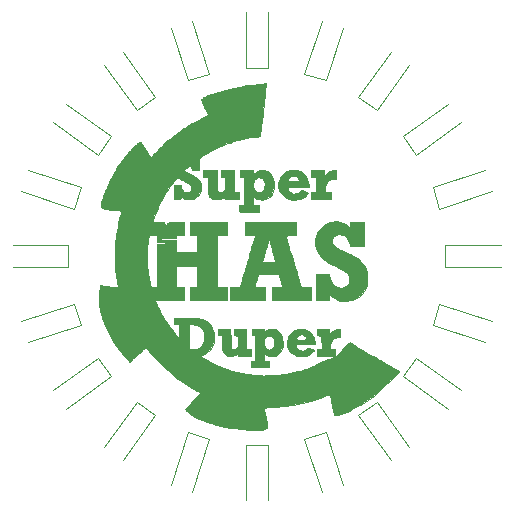
<source format=gto>
G04 #@! TF.GenerationSoftware,KiCad,Pcbnew,(5.1.0-0)*
G04 #@! TF.CreationDate,2019-09-28T00:10:19+01:00*
G04 #@! TF.ProjectId,badge,62616467-652e-46b6-9963-61645f706362,rev?*
G04 #@! TF.SameCoordinates,Original*
G04 #@! TF.FileFunction,Legend,Top*
G04 #@! TF.FilePolarity,Positive*
%FSLAX46Y46*%
G04 Gerber Fmt 4.6, Leading zero omitted, Abs format (unit mm)*
G04 Created by KiCad (PCBNEW (5.1.0-0)) date 2019-09-28 00:10:19*
%MOMM*%
%LPD*%
G04 APERTURE LIST*
%ADD10C,0.010000*%
%ADD11C,0.120000*%
G04 APERTURE END LIST*
D10*
G36*
X215716565Y-66729241D02*
G01*
X215709500Y-67094095D01*
X215550146Y-67113729D01*
X215338647Y-67156257D01*
X215167092Y-67227394D01*
X215032626Y-67328383D01*
X215015070Y-67346625D01*
X214940161Y-67444889D01*
X214885158Y-67559714D01*
X214847126Y-67700523D01*
X214823134Y-67876739D01*
X214815011Y-67989450D01*
X214800504Y-68249800D01*
X215290400Y-68249800D01*
X215290400Y-68834000D01*
X214451402Y-68834000D01*
X214214344Y-68833632D01*
X214023578Y-68832411D01*
X213874604Y-68830159D01*
X213762919Y-68826699D01*
X213684021Y-68821853D01*
X213633408Y-68815444D01*
X213606577Y-68807296D01*
X213599528Y-68800442D01*
X213594737Y-68761847D01*
X213592306Y-68685270D01*
X213592485Y-68583487D01*
X213593975Y-68514692D01*
X213601300Y-68262500D01*
X214045800Y-68247822D01*
X214045800Y-66954400D01*
X213614000Y-66954400D01*
X213614000Y-66395600D01*
X214757000Y-66395600D01*
X214758122Y-66681350D01*
X214759245Y-66967100D01*
X214812631Y-66865500D01*
X214934325Y-66682641D01*
X215084694Y-66539948D01*
X215260406Y-66439640D01*
X215458132Y-66383935D01*
X215549779Y-66374210D01*
X215723630Y-66364386D01*
X215716565Y-66729241D01*
X215716565Y-66729241D01*
G37*
X215716565Y-66729241D02*
X215709500Y-67094095D01*
X215550146Y-67113729D01*
X215338647Y-67156257D01*
X215167092Y-67227394D01*
X215032626Y-67328383D01*
X215015070Y-67346625D01*
X214940161Y-67444889D01*
X214885158Y-67559714D01*
X214847126Y-67700523D01*
X214823134Y-67876739D01*
X214815011Y-67989450D01*
X214800504Y-68249800D01*
X215290400Y-68249800D01*
X215290400Y-68834000D01*
X214451402Y-68834000D01*
X214214344Y-68833632D01*
X214023578Y-68832411D01*
X213874604Y-68830159D01*
X213762919Y-68826699D01*
X213684021Y-68821853D01*
X213633408Y-68815444D01*
X213606577Y-68807296D01*
X213599528Y-68800442D01*
X213594737Y-68761847D01*
X213592306Y-68685270D01*
X213592485Y-68583487D01*
X213593975Y-68514692D01*
X213601300Y-68262500D01*
X214045800Y-68247822D01*
X214045800Y-66954400D01*
X213614000Y-66954400D01*
X213614000Y-66395600D01*
X214757000Y-66395600D01*
X214758122Y-66681350D01*
X214759245Y-66967100D01*
X214812631Y-66865500D01*
X214934325Y-66682641D01*
X215084694Y-66539948D01*
X215260406Y-66439640D01*
X215458132Y-66383935D01*
X215549779Y-66374210D01*
X215723630Y-66364386D01*
X215716565Y-66729241D01*
G36*
X205643479Y-67248728D02*
G01*
X205651100Y-68101857D01*
X205722366Y-68163128D01*
X205812795Y-68209080D01*
X205927386Y-68218943D01*
X206055906Y-68194018D01*
X206188124Y-68135603D01*
X206249678Y-68096205D01*
X206324200Y-68043140D01*
X206324200Y-66954400D01*
X205968600Y-66954400D01*
X205968600Y-66395600D01*
X207111600Y-66395600D01*
X207111600Y-68249800D01*
X207492600Y-68249800D01*
X207492600Y-68834953D01*
X206914750Y-68828126D01*
X206336900Y-68821300D01*
X206329042Y-68726489D01*
X206321185Y-68631679D01*
X206151242Y-68716940D01*
X205923002Y-68809018D01*
X205700533Y-68852216D01*
X205478920Y-68847319D01*
X205407192Y-68835685D01*
X205305575Y-68802367D01*
X205194709Y-68745582D01*
X205094928Y-68677226D01*
X205031693Y-68616009D01*
X204993456Y-68554639D01*
X204951402Y-68468473D01*
X204928236Y-68411839D01*
X204912298Y-68365503D01*
X204899984Y-68317472D01*
X204890833Y-68260653D01*
X204884384Y-68187956D01*
X204880177Y-68092291D01*
X204877751Y-67966567D01*
X204876646Y-67803693D01*
X204876400Y-67613847D01*
X204876400Y-66954400D01*
X204520800Y-66954400D01*
X204520800Y-66395600D01*
X205635858Y-66395600D01*
X205643479Y-67248728D01*
X205643479Y-67248728D01*
G37*
X205643479Y-67248728D02*
X205651100Y-68101857D01*
X205722366Y-68163128D01*
X205812795Y-68209080D01*
X205927386Y-68218943D01*
X206055906Y-68194018D01*
X206188124Y-68135603D01*
X206249678Y-68096205D01*
X206324200Y-68043140D01*
X206324200Y-66954400D01*
X205968600Y-66954400D01*
X205968600Y-66395600D01*
X207111600Y-66395600D01*
X207111600Y-68249800D01*
X207492600Y-68249800D01*
X207492600Y-68834953D01*
X206914750Y-68828126D01*
X206336900Y-68821300D01*
X206329042Y-68726489D01*
X206321185Y-68631679D01*
X206151242Y-68716940D01*
X205923002Y-68809018D01*
X205700533Y-68852216D01*
X205478920Y-68847319D01*
X205407192Y-68835685D01*
X205305575Y-68802367D01*
X205194709Y-68745582D01*
X205094928Y-68677226D01*
X205031693Y-68616009D01*
X204993456Y-68554639D01*
X204951402Y-68468473D01*
X204928236Y-68411839D01*
X204912298Y-68365503D01*
X204899984Y-68317472D01*
X204890833Y-68260653D01*
X204884384Y-68187956D01*
X204880177Y-68092291D01*
X204877751Y-67966567D01*
X204876646Y-67803693D01*
X204876400Y-67613847D01*
X204876400Y-66954400D01*
X204520800Y-66954400D01*
X204520800Y-66395600D01*
X205635858Y-66395600D01*
X205643479Y-67248728D01*
G36*
X212426963Y-66367051D02*
G01*
X212660322Y-66432887D01*
X212866309Y-66540928D01*
X213043023Y-66689796D01*
X213188565Y-66878112D01*
X213301033Y-67104498D01*
X213330818Y-67188099D01*
X213367197Y-67314070D01*
X213399069Y-67449852D01*
X213422925Y-67578124D01*
X213435256Y-67681564D01*
X213436200Y-67708364D01*
X213436200Y-67767200D01*
X211632800Y-67767200D01*
X211633357Y-67837050D01*
X211648338Y-67918902D01*
X211686166Y-68019796D01*
X211737738Y-68119282D01*
X211793126Y-68196011D01*
X211885819Y-68269316D01*
X212008424Y-68329247D01*
X212140283Y-68367275D01*
X212229700Y-68376303D01*
X212376250Y-68354644D01*
X212529923Y-68294043D01*
X212675267Y-68201066D01*
X212710007Y-68172205D01*
X212805993Y-68087928D01*
X213095696Y-68183277D01*
X213207772Y-68221968D01*
X213299676Y-68257130D01*
X213362014Y-68284925D01*
X213385393Y-68301513D01*
X213385400Y-68301665D01*
X213366755Y-68337256D01*
X213317087Y-68394949D01*
X213245792Y-68466078D01*
X213162268Y-68541975D01*
X213075913Y-68613972D01*
X212996123Y-68673403D01*
X212952195Y-68701210D01*
X212847086Y-68753028D01*
X212730633Y-68799063D01*
X212666083Y-68819039D01*
X212566034Y-68839243D01*
X212441094Y-68856178D01*
X212307612Y-68868519D01*
X212181934Y-68874940D01*
X212080409Y-68874118D01*
X212039200Y-68869830D01*
X211883521Y-68841547D01*
X211765511Y-68816423D01*
X211672474Y-68790970D01*
X211591714Y-68761697D01*
X211510538Y-68725116D01*
X211507677Y-68723730D01*
X211303231Y-68597508D01*
X211133902Y-68436294D01*
X211002958Y-68244674D01*
X210913670Y-68027234D01*
X210874086Y-67834998D01*
X210862783Y-67568455D01*
X210895265Y-67335400D01*
X211638149Y-67335400D01*
X212143474Y-67335400D01*
X212297445Y-67334946D01*
X212432503Y-67333679D01*
X212541024Y-67331744D01*
X212615385Y-67329284D01*
X212647961Y-67326442D01*
X212648800Y-67325893D01*
X212641102Y-67298429D01*
X212621610Y-67239775D01*
X212609713Y-67205603D01*
X212538681Y-67069672D01*
X212437900Y-66964985D01*
X212316178Y-66893650D01*
X212182317Y-66857775D01*
X212045124Y-66859469D01*
X211913403Y-66900838D01*
X211795960Y-66983991D01*
X211775000Y-67005776D01*
X211723779Y-67065623D01*
X211690339Y-67110732D01*
X211682994Y-67125923D01*
X211677299Y-67161047D01*
X211663976Y-67223951D01*
X211660268Y-67240150D01*
X211638149Y-67335400D01*
X210895265Y-67335400D01*
X210897136Y-67321977D01*
X210977840Y-67091984D01*
X211041498Y-66972445D01*
X211193767Y-66765419D01*
X211377241Y-66597404D01*
X211588329Y-66470401D01*
X211823435Y-66386413D01*
X212078967Y-66347441D01*
X212168134Y-66344800D01*
X212426963Y-66367051D01*
X212426963Y-66367051D01*
G37*
X212426963Y-66367051D02*
X212660322Y-66432887D01*
X212866309Y-66540928D01*
X213043023Y-66689796D01*
X213188565Y-66878112D01*
X213301033Y-67104498D01*
X213330818Y-67188099D01*
X213367197Y-67314070D01*
X213399069Y-67449852D01*
X213422925Y-67578124D01*
X213435256Y-67681564D01*
X213436200Y-67708364D01*
X213436200Y-67767200D01*
X211632800Y-67767200D01*
X211633357Y-67837050D01*
X211648338Y-67918902D01*
X211686166Y-68019796D01*
X211737738Y-68119282D01*
X211793126Y-68196011D01*
X211885819Y-68269316D01*
X212008424Y-68329247D01*
X212140283Y-68367275D01*
X212229700Y-68376303D01*
X212376250Y-68354644D01*
X212529923Y-68294043D01*
X212675267Y-68201066D01*
X212710007Y-68172205D01*
X212805993Y-68087928D01*
X213095696Y-68183277D01*
X213207772Y-68221968D01*
X213299676Y-68257130D01*
X213362014Y-68284925D01*
X213385393Y-68301513D01*
X213385400Y-68301665D01*
X213366755Y-68337256D01*
X213317087Y-68394949D01*
X213245792Y-68466078D01*
X213162268Y-68541975D01*
X213075913Y-68613972D01*
X212996123Y-68673403D01*
X212952195Y-68701210D01*
X212847086Y-68753028D01*
X212730633Y-68799063D01*
X212666083Y-68819039D01*
X212566034Y-68839243D01*
X212441094Y-68856178D01*
X212307612Y-68868519D01*
X212181934Y-68874940D01*
X212080409Y-68874118D01*
X212039200Y-68869830D01*
X211883521Y-68841547D01*
X211765511Y-68816423D01*
X211672474Y-68790970D01*
X211591714Y-68761697D01*
X211510538Y-68725116D01*
X211507677Y-68723730D01*
X211303231Y-68597508D01*
X211133902Y-68436294D01*
X211002958Y-68244674D01*
X210913670Y-68027234D01*
X210874086Y-67834998D01*
X210862783Y-67568455D01*
X210895265Y-67335400D01*
X211638149Y-67335400D01*
X212143474Y-67335400D01*
X212297445Y-67334946D01*
X212432503Y-67333679D01*
X212541024Y-67331744D01*
X212615385Y-67329284D01*
X212647961Y-67326442D01*
X212648800Y-67325893D01*
X212641102Y-67298429D01*
X212621610Y-67239775D01*
X212609713Y-67205603D01*
X212538681Y-67069672D01*
X212437900Y-66964985D01*
X212316178Y-66893650D01*
X212182317Y-66857775D01*
X212045124Y-66859469D01*
X211913403Y-66900838D01*
X211795960Y-66983991D01*
X211775000Y-67005776D01*
X211723779Y-67065623D01*
X211690339Y-67110732D01*
X211682994Y-67125923D01*
X211677299Y-67161047D01*
X211663976Y-67223951D01*
X211660268Y-67240150D01*
X211638149Y-67335400D01*
X210895265Y-67335400D01*
X210897136Y-67321977D01*
X210977840Y-67091984D01*
X211041498Y-66972445D01*
X211193767Y-66765419D01*
X211377241Y-66597404D01*
X211588329Y-66470401D01*
X211823435Y-66386413D01*
X212078967Y-66347441D01*
X212168134Y-66344800D01*
X212426963Y-66367051D01*
G36*
X209599264Y-66384215D02*
G01*
X209689096Y-66389903D01*
X209758429Y-66402580D01*
X209822401Y-66424860D01*
X209885251Y-66453980D01*
X210066717Y-66570708D01*
X210217941Y-66726268D01*
X210337340Y-66917544D01*
X210423328Y-67141422D01*
X210474319Y-67394787D01*
X210488983Y-67640200D01*
X210469937Y-67909166D01*
X210413917Y-68151084D01*
X210322853Y-68363094D01*
X210198679Y-68542342D01*
X210043326Y-68685971D01*
X209858726Y-68791124D01*
X209670630Y-68850198D01*
X209460761Y-68876069D01*
X209267436Y-68858835D01*
X209080557Y-68796460D01*
X208902530Y-68695376D01*
X208735896Y-68583636D01*
X208749900Y-69354700D01*
X209219800Y-69369306D01*
X209219800Y-69926200D01*
X208411233Y-69926200D01*
X208213415Y-69925686D01*
X208032066Y-69924231D01*
X207873383Y-69921962D01*
X207743562Y-69919005D01*
X207648800Y-69915487D01*
X207595293Y-69911536D01*
X207585733Y-69909266D01*
X207578671Y-69878241D01*
X207573052Y-69807955D01*
X207569579Y-69709940D01*
X207568800Y-69630935D01*
X207568800Y-69369536D01*
X207962500Y-69354700D01*
X207969098Y-68154550D01*
X207972065Y-67614800D01*
X208749900Y-67614800D01*
X208751323Y-67732479D01*
X208757754Y-67815506D01*
X208772433Y-67879996D01*
X208798600Y-67942068D01*
X208826100Y-67993816D01*
X208878897Y-68077278D01*
X208935373Y-68148480D01*
X208970504Y-68181697D01*
X209079646Y-68233874D01*
X209210138Y-68254596D01*
X209343623Y-68243915D01*
X209461742Y-68201881D01*
X209495440Y-68180234D01*
X209580220Y-68087713D01*
X209643013Y-67960295D01*
X209683105Y-67809215D01*
X209699782Y-67645708D01*
X209692332Y-67481007D01*
X209660041Y-67326348D01*
X209602196Y-67192963D01*
X209561759Y-67135714D01*
X209463395Y-67054368D01*
X209338691Y-67002169D01*
X209207078Y-66986221D01*
X209164200Y-66990321D01*
X209027804Y-67031100D01*
X208919237Y-67108646D01*
X208829911Y-67229252D01*
X208824133Y-67239512D01*
X208788649Y-67308310D01*
X208766655Y-67369114D01*
X208754988Y-67437919D01*
X208750485Y-67530720D01*
X208749900Y-67614800D01*
X207972065Y-67614800D01*
X207975697Y-66954400D01*
X207619600Y-66954400D01*
X207619600Y-66395600D01*
X208737200Y-66395600D01*
X208737200Y-66535300D01*
X208739781Y-66611821D01*
X208746441Y-66662563D01*
X208752896Y-66675000D01*
X208779768Y-66659670D01*
X208829487Y-66620935D01*
X208855434Y-66598752D01*
X208929579Y-66542152D01*
X209022813Y-66481986D01*
X209074687Y-66452702D01*
X209140073Y-66420710D01*
X209199402Y-66400272D01*
X209267181Y-66388849D01*
X209357916Y-66383906D01*
X209473800Y-66382900D01*
X209599264Y-66384215D01*
X209599264Y-66384215D01*
G37*
X209599264Y-66384215D02*
X209689096Y-66389903D01*
X209758429Y-66402580D01*
X209822401Y-66424860D01*
X209885251Y-66453980D01*
X210066717Y-66570708D01*
X210217941Y-66726268D01*
X210337340Y-66917544D01*
X210423328Y-67141422D01*
X210474319Y-67394787D01*
X210488983Y-67640200D01*
X210469937Y-67909166D01*
X210413917Y-68151084D01*
X210322853Y-68363094D01*
X210198679Y-68542342D01*
X210043326Y-68685971D01*
X209858726Y-68791124D01*
X209670630Y-68850198D01*
X209460761Y-68876069D01*
X209267436Y-68858835D01*
X209080557Y-68796460D01*
X208902530Y-68695376D01*
X208735896Y-68583636D01*
X208749900Y-69354700D01*
X209219800Y-69369306D01*
X209219800Y-69926200D01*
X208411233Y-69926200D01*
X208213415Y-69925686D01*
X208032066Y-69924231D01*
X207873383Y-69921962D01*
X207743562Y-69919005D01*
X207648800Y-69915487D01*
X207595293Y-69911536D01*
X207585733Y-69909266D01*
X207578671Y-69878241D01*
X207573052Y-69807955D01*
X207569579Y-69709940D01*
X207568800Y-69630935D01*
X207568800Y-69369536D01*
X207962500Y-69354700D01*
X207969098Y-68154550D01*
X207972065Y-67614800D01*
X208749900Y-67614800D01*
X208751323Y-67732479D01*
X208757754Y-67815506D01*
X208772433Y-67879996D01*
X208798600Y-67942068D01*
X208826100Y-67993816D01*
X208878897Y-68077278D01*
X208935373Y-68148480D01*
X208970504Y-68181697D01*
X209079646Y-68233874D01*
X209210138Y-68254596D01*
X209343623Y-68243915D01*
X209461742Y-68201881D01*
X209495440Y-68180234D01*
X209580220Y-68087713D01*
X209643013Y-67960295D01*
X209683105Y-67809215D01*
X209699782Y-67645708D01*
X209692332Y-67481007D01*
X209660041Y-67326348D01*
X209602196Y-67192963D01*
X209561759Y-67135714D01*
X209463395Y-67054368D01*
X209338691Y-67002169D01*
X209207078Y-66986221D01*
X209164200Y-66990321D01*
X209027804Y-67031100D01*
X208919237Y-67108646D01*
X208829911Y-67229252D01*
X208824133Y-67239512D01*
X208788649Y-67308310D01*
X208766655Y-67369114D01*
X208754988Y-67437919D01*
X208750485Y-67530720D01*
X208749900Y-67614800D01*
X207972065Y-67614800D01*
X207975697Y-66954400D01*
X207619600Y-66954400D01*
X207619600Y-66395600D01*
X208737200Y-66395600D01*
X208737200Y-66535300D01*
X208739781Y-66611821D01*
X208746441Y-66662563D01*
X208752896Y-66675000D01*
X208779768Y-66659670D01*
X208829487Y-66620935D01*
X208855434Y-66598752D01*
X208929579Y-66542152D01*
X209022813Y-66481986D01*
X209074687Y-66452702D01*
X209140073Y-66420710D01*
X209199402Y-66400272D01*
X209267181Y-66388849D01*
X209357916Y-66383906D01*
X209473800Y-66382900D01*
X209599264Y-66384215D01*
G36*
X202209411Y-72354712D02*
G01*
X202209400Y-72459124D01*
X202076050Y-72475141D01*
X202014954Y-72479439D01*
X201911355Y-72483319D01*
X201773549Y-72486615D01*
X201609833Y-72489167D01*
X201428502Y-72490809D01*
X201250550Y-72491379D01*
X200558400Y-72491600D01*
X200558400Y-72391150D01*
X200562079Y-72325607D01*
X200581230Y-72293970D01*
X200628018Y-72279451D01*
X200640950Y-72277257D01*
X200687088Y-72273580D01*
X200776773Y-72269816D01*
X200902751Y-72266143D01*
X201057770Y-72262738D01*
X201234575Y-72259779D01*
X201425915Y-72257443D01*
X201466461Y-72257056D01*
X202209423Y-72250300D01*
X202209411Y-72354712D01*
X202209411Y-72354712D01*
G37*
X202209411Y-72354712D02*
X202209400Y-72459124D01*
X202076050Y-72475141D01*
X202014954Y-72479439D01*
X201911355Y-72483319D01*
X201773549Y-72486615D01*
X201609833Y-72489167D01*
X201428502Y-72490809D01*
X201250550Y-72491379D01*
X200558400Y-72491600D01*
X200558400Y-72391150D01*
X200562079Y-72325607D01*
X200581230Y-72293970D01*
X200628018Y-72279451D01*
X200640950Y-72277257D01*
X200687088Y-72273580D01*
X200776773Y-72269816D01*
X200902751Y-72266143D01*
X201057770Y-72262738D01*
X201234575Y-72259779D01*
X201425915Y-72257443D01*
X201466461Y-72257056D01*
X202209423Y-72250300D01*
X202209411Y-72354712D01*
G36*
X202209400Y-72847200D02*
G01*
X202050650Y-72849648D01*
X201745812Y-72855747D01*
X201448292Y-72864799D01*
X201134396Y-72877583D01*
X200983850Y-72884645D01*
X200558400Y-72905285D01*
X200558400Y-72623340D01*
X200793350Y-72608189D01*
X200889326Y-72603125D01*
X201024771Y-72597537D01*
X201188359Y-72591810D01*
X201368768Y-72586332D01*
X201554672Y-72581489D01*
X201618850Y-72580018D01*
X202209400Y-72566997D01*
X202209400Y-72847200D01*
X202209400Y-72847200D01*
G37*
X202209400Y-72847200D02*
X202050650Y-72849648D01*
X201745812Y-72855747D01*
X201448292Y-72864799D01*
X201134396Y-72877583D01*
X200983850Y-72884645D01*
X200558400Y-72905285D01*
X200558400Y-72623340D01*
X200793350Y-72608189D01*
X200889326Y-72603125D01*
X201024771Y-72597537D01*
X201188359Y-72591810D01*
X201368768Y-72586332D01*
X201554672Y-72581489D01*
X201618850Y-72580018D01*
X202209400Y-72566997D01*
X202209400Y-72847200D01*
G36*
X212318600Y-71907400D02*
G01*
X211886800Y-71907400D01*
X211720682Y-71908303D01*
X211599912Y-71911280D01*
X211519066Y-71916733D01*
X211472718Y-71925065D01*
X211455443Y-71936675D01*
X211455000Y-71939379D01*
X211462481Y-71969587D01*
X211483882Y-72043102D01*
X211517636Y-72154851D01*
X211562176Y-72299758D01*
X211615936Y-72472750D01*
X211677349Y-72668751D01*
X211744850Y-72882688D01*
X211794099Y-73037929D01*
X211882999Y-73317641D01*
X211982750Y-73631652D01*
X212088866Y-73965834D01*
X212196861Y-74306055D01*
X212302251Y-74638187D01*
X212400550Y-74948098D01*
X212473129Y-75177035D01*
X212813060Y-76249570D01*
X213601300Y-76263500D01*
X213614990Y-77368400D01*
X210362800Y-77368400D01*
X210362800Y-76250800D01*
X210783611Y-76250800D01*
X210938774Y-76250436D01*
X211050008Y-76248845D01*
X211124181Y-76245277D01*
X211168163Y-76238984D01*
X211188822Y-76229215D01*
X211193027Y-76215222D01*
X211191089Y-76206350D01*
X211180457Y-76169318D01*
X211158400Y-76091350D01*
X211127166Y-75980435D01*
X211089004Y-75844560D01*
X211046162Y-75691715D01*
X211033798Y-75647550D01*
X210889841Y-75133200D01*
X209172604Y-75133200D01*
X209130525Y-75277948D01*
X209108034Y-75353171D01*
X209073995Y-75464353D01*
X209032258Y-75599043D01*
X208986670Y-75744790D01*
X208963704Y-75817698D01*
X208921764Y-75951604D01*
X208885821Y-76068457D01*
X208858452Y-76159714D01*
X208842230Y-76216835D01*
X208838881Y-76231750D01*
X208862878Y-76238001D01*
X208929427Y-76243390D01*
X209030284Y-76247554D01*
X209157203Y-76250129D01*
X209270600Y-76250800D01*
X209702400Y-76250800D01*
X209702400Y-77368400D01*
X206780409Y-77368400D01*
X206787254Y-76815950D01*
X206794100Y-76263500D01*
X207203916Y-76256534D01*
X207613733Y-76249569D01*
X207639065Y-76154934D01*
X207653798Y-76102391D01*
X207680392Y-76010008D01*
X207716268Y-75886647D01*
X207758845Y-75741173D01*
X207805543Y-75582450D01*
X207818190Y-75539600D01*
X207876604Y-75341710D01*
X207942051Y-75119800D01*
X208008872Y-74893074D01*
X208071404Y-74680741D01*
X208113904Y-74536300D01*
X208167922Y-74352844D01*
X208226769Y-74153381D01*
X208231344Y-74137899D01*
X209481975Y-74137899D01*
X209492060Y-74148789D01*
X209519241Y-74156693D01*
X209569485Y-74162084D01*
X209648758Y-74165436D01*
X209763027Y-74167221D01*
X209918261Y-74167912D01*
X210043588Y-74168000D01*
X210208103Y-74167565D01*
X210354170Y-74166348D01*
X210474633Y-74164475D01*
X210562332Y-74162077D01*
X210610109Y-74159280D01*
X210616800Y-74157713D01*
X210610259Y-74131272D01*
X210591995Y-74063337D01*
X210564038Y-73961314D01*
X210528422Y-73832611D01*
X210487181Y-73684635D01*
X210475632Y-73643363D01*
X210421341Y-73449273D01*
X210360851Y-73232625D01*
X210299525Y-73012658D01*
X210242728Y-72808608D01*
X210207875Y-72683159D01*
X210160813Y-72514568D01*
X210125031Y-72389385D01*
X210098630Y-72301958D01*
X210079712Y-72246632D01*
X210066379Y-72217756D01*
X210056733Y-72209677D01*
X210050447Y-72214316D01*
X210041162Y-72240898D01*
X210019952Y-72308332D01*
X209989230Y-72408735D01*
X209951409Y-72534225D01*
X209911131Y-72669400D01*
X209869306Y-72810668D01*
X209821339Y-72972973D01*
X209769465Y-73148724D01*
X209715917Y-73330329D01*
X209662932Y-73510198D01*
X209612744Y-73680738D01*
X209567588Y-73834360D01*
X209529699Y-73963471D01*
X209501312Y-74060482D01*
X209484662Y-74117799D01*
X209483017Y-74123550D01*
X209481975Y-74137899D01*
X208231344Y-74137899D01*
X208285265Y-73955434D01*
X208338234Y-73776530D01*
X208369046Y-73672700D01*
X208411935Y-73528107D01*
X208464809Y-73349436D01*
X208523337Y-73151349D01*
X208583187Y-72948507D01*
X208640027Y-72755573D01*
X208646699Y-72732900D01*
X208696410Y-72564202D01*
X208743662Y-72404284D01*
X208785775Y-72262185D01*
X208820067Y-72146942D01*
X208843859Y-72067596D01*
X208850091Y-72047100D01*
X208872036Y-71974715D01*
X208886292Y-71926076D01*
X208889325Y-71914349D01*
X208865384Y-71912094D01*
X208798827Y-71909419D01*
X208697835Y-71906561D01*
X208570585Y-71903757D01*
X208451450Y-71901649D01*
X208013300Y-71894700D01*
X208006454Y-71342250D01*
X207999609Y-70789800D01*
X212318600Y-70789800D01*
X212318600Y-71907400D01*
X212318600Y-71907400D01*
G37*
X212318600Y-71907400D02*
X211886800Y-71907400D01*
X211720682Y-71908303D01*
X211599912Y-71911280D01*
X211519066Y-71916733D01*
X211472718Y-71925065D01*
X211455443Y-71936675D01*
X211455000Y-71939379D01*
X211462481Y-71969587D01*
X211483882Y-72043102D01*
X211517636Y-72154851D01*
X211562176Y-72299758D01*
X211615936Y-72472750D01*
X211677349Y-72668751D01*
X211744850Y-72882688D01*
X211794099Y-73037929D01*
X211882999Y-73317641D01*
X211982750Y-73631652D01*
X212088866Y-73965834D01*
X212196861Y-74306055D01*
X212302251Y-74638187D01*
X212400550Y-74948098D01*
X212473129Y-75177035D01*
X212813060Y-76249570D01*
X213601300Y-76263500D01*
X213614990Y-77368400D01*
X210362800Y-77368400D01*
X210362800Y-76250800D01*
X210783611Y-76250800D01*
X210938774Y-76250436D01*
X211050008Y-76248845D01*
X211124181Y-76245277D01*
X211168163Y-76238984D01*
X211188822Y-76229215D01*
X211193027Y-76215222D01*
X211191089Y-76206350D01*
X211180457Y-76169318D01*
X211158400Y-76091350D01*
X211127166Y-75980435D01*
X211089004Y-75844560D01*
X211046162Y-75691715D01*
X211033798Y-75647550D01*
X210889841Y-75133200D01*
X209172604Y-75133200D01*
X209130525Y-75277948D01*
X209108034Y-75353171D01*
X209073995Y-75464353D01*
X209032258Y-75599043D01*
X208986670Y-75744790D01*
X208963704Y-75817698D01*
X208921764Y-75951604D01*
X208885821Y-76068457D01*
X208858452Y-76159714D01*
X208842230Y-76216835D01*
X208838881Y-76231750D01*
X208862878Y-76238001D01*
X208929427Y-76243390D01*
X209030284Y-76247554D01*
X209157203Y-76250129D01*
X209270600Y-76250800D01*
X209702400Y-76250800D01*
X209702400Y-77368400D01*
X206780409Y-77368400D01*
X206787254Y-76815950D01*
X206794100Y-76263500D01*
X207203916Y-76256534D01*
X207613733Y-76249569D01*
X207639065Y-76154934D01*
X207653798Y-76102391D01*
X207680392Y-76010008D01*
X207716268Y-75886647D01*
X207758845Y-75741173D01*
X207805543Y-75582450D01*
X207818190Y-75539600D01*
X207876604Y-75341710D01*
X207942051Y-75119800D01*
X208008872Y-74893074D01*
X208071404Y-74680741D01*
X208113904Y-74536300D01*
X208167922Y-74352844D01*
X208226769Y-74153381D01*
X208231344Y-74137899D01*
X209481975Y-74137899D01*
X209492060Y-74148789D01*
X209519241Y-74156693D01*
X209569485Y-74162084D01*
X209648758Y-74165436D01*
X209763027Y-74167221D01*
X209918261Y-74167912D01*
X210043588Y-74168000D01*
X210208103Y-74167565D01*
X210354170Y-74166348D01*
X210474633Y-74164475D01*
X210562332Y-74162077D01*
X210610109Y-74159280D01*
X210616800Y-74157713D01*
X210610259Y-74131272D01*
X210591995Y-74063337D01*
X210564038Y-73961314D01*
X210528422Y-73832611D01*
X210487181Y-73684635D01*
X210475632Y-73643363D01*
X210421341Y-73449273D01*
X210360851Y-73232625D01*
X210299525Y-73012658D01*
X210242728Y-72808608D01*
X210207875Y-72683159D01*
X210160813Y-72514568D01*
X210125031Y-72389385D01*
X210098630Y-72301958D01*
X210079712Y-72246632D01*
X210066379Y-72217756D01*
X210056733Y-72209677D01*
X210050447Y-72214316D01*
X210041162Y-72240898D01*
X210019952Y-72308332D01*
X209989230Y-72408735D01*
X209951409Y-72534225D01*
X209911131Y-72669400D01*
X209869306Y-72810668D01*
X209821339Y-72972973D01*
X209769465Y-73148724D01*
X209715917Y-73330329D01*
X209662932Y-73510198D01*
X209612744Y-73680738D01*
X209567588Y-73834360D01*
X209529699Y-73963471D01*
X209501312Y-74060482D01*
X209484662Y-74117799D01*
X209483017Y-74123550D01*
X209481975Y-74137899D01*
X208231344Y-74137899D01*
X208285265Y-73955434D01*
X208338234Y-73776530D01*
X208369046Y-73672700D01*
X208411935Y-73528107D01*
X208464809Y-73349436D01*
X208523337Y-73151349D01*
X208583187Y-72948507D01*
X208640027Y-72755573D01*
X208646699Y-72732900D01*
X208696410Y-72564202D01*
X208743662Y-72404284D01*
X208785775Y-72262185D01*
X208820067Y-72146942D01*
X208843859Y-72067596D01*
X208850091Y-72047100D01*
X208872036Y-71974715D01*
X208886292Y-71926076D01*
X208889325Y-71914349D01*
X208865384Y-71912094D01*
X208798827Y-71909419D01*
X208697835Y-71906561D01*
X208570585Y-71903757D01*
X208451450Y-71901649D01*
X208013300Y-71894700D01*
X208006454Y-71342250D01*
X207999609Y-70789800D01*
X212318600Y-70789800D01*
X212318600Y-71907400D01*
G36*
X215804222Y-70719895D02*
G01*
X215823800Y-70720878D01*
X216086473Y-70750918D01*
X216315645Y-70814027D01*
X216518972Y-70913498D01*
X216704108Y-71052619D01*
X216790797Y-71136566D01*
X216861027Y-71208536D01*
X216917228Y-71263944D01*
X216950826Y-71294433D01*
X216956211Y-71297800D01*
X216960656Y-71274193D01*
X216964182Y-71210541D01*
X216966341Y-71117597D01*
X216966800Y-71043800D01*
X216966800Y-70789800D01*
X218084400Y-70789800D01*
X218084400Y-72771971D01*
X217519823Y-72765135D01*
X216955247Y-72758300D01*
X216934139Y-72631300D01*
X216882891Y-72443885D01*
X216796811Y-72266176D01*
X216683096Y-72107617D01*
X216548945Y-71977653D01*
X216401555Y-71885728D01*
X216350094Y-71864952D01*
X216230977Y-71836570D01*
X216090152Y-71822474D01*
X215945423Y-71822679D01*
X215814598Y-71837197D01*
X215718916Y-71864478D01*
X215578362Y-71949203D01*
X215468610Y-72060595D01*
X215396159Y-72189883D01*
X215367504Y-72328294D01*
X215367299Y-72339200D01*
X215384794Y-72486587D01*
X215440558Y-72621524D01*
X215537338Y-72747139D01*
X215677879Y-72866557D01*
X215864930Y-72982906D01*
X215988900Y-73046855D01*
X216111686Y-73105689D01*
X216231405Y-73161311D01*
X216333237Y-73206934D01*
X216395300Y-73233032D01*
X216540620Y-73294581D01*
X216708828Y-73372741D01*
X216887066Y-73460901D01*
X217062478Y-73552452D01*
X217222205Y-73640784D01*
X217353393Y-73719286D01*
X217398260Y-73748668D01*
X217649660Y-73933553D01*
X217856398Y-74117703D01*
X218023994Y-74308290D01*
X218157965Y-74512486D01*
X218263832Y-74737464D01*
X218343356Y-74976820D01*
X218373458Y-75127781D01*
X218391669Y-75312168D01*
X218397829Y-75513979D01*
X218391781Y-75717213D01*
X218373365Y-75905868D01*
X218353684Y-76017723D01*
X218264545Y-76316893D01*
X218135862Y-76586184D01*
X217969673Y-76823362D01*
X217768020Y-77026195D01*
X217532942Y-77192449D01*
X217266479Y-77319891D01*
X217118785Y-77369330D01*
X217007713Y-77393381D01*
X216862881Y-77413046D01*
X216698180Y-77427621D01*
X216527498Y-77436400D01*
X216364725Y-77438676D01*
X216223753Y-77433744D01*
X216118471Y-77420898D01*
X216115643Y-77420305D01*
X215854140Y-77344922D01*
X215624821Y-77235446D01*
X215418179Y-77086809D01*
X215320921Y-76996750D01*
X215234021Y-76914776D01*
X215177210Y-76872319D01*
X215149531Y-76868687D01*
X215147611Y-76871989D01*
X215142542Y-76911719D01*
X215140275Y-76988557D01*
X215141075Y-77088872D01*
X215142489Y-77137623D01*
X215150700Y-77368516D01*
X214019866Y-77368400D01*
X214033100Y-75145900D01*
X215150485Y-75145900D01*
X215169399Y-75297311D01*
X215218889Y-75555426D01*
X215298995Y-75775597D01*
X215411493Y-75961700D01*
X215536070Y-76097974D01*
X215674700Y-76202737D01*
X215827663Y-76272170D01*
X216008682Y-76311980D01*
X216066579Y-76318626D01*
X216258821Y-76314801D01*
X216434896Y-76268400D01*
X216589143Y-76184327D01*
X216715902Y-76067486D01*
X216809513Y-75922781D01*
X216864315Y-75755118D01*
X216876540Y-75616839D01*
X216858838Y-75456980D01*
X216806725Y-75307640D01*
X216717648Y-75166253D01*
X216589053Y-75030253D01*
X216418389Y-74897073D01*
X216203103Y-74764147D01*
X215940642Y-74628908D01*
X215853173Y-74587893D01*
X215534748Y-74435422D01*
X215259909Y-74290304D01*
X215022675Y-74148759D01*
X214817067Y-74007008D01*
X214637106Y-73861273D01*
X214503000Y-73734649D01*
X214301665Y-73499536D01*
X214149353Y-73251185D01*
X214045974Y-72989352D01*
X213991439Y-72713790D01*
X213985660Y-72424254D01*
X213994279Y-72326981D01*
X214052559Y-72014967D01*
X214151922Y-71730719D01*
X214290556Y-71476359D01*
X214466651Y-71254008D01*
X214678396Y-71065787D01*
X214923979Y-70913818D01*
X215201590Y-70800221D01*
X215328500Y-70764164D01*
X215451836Y-70736256D01*
X215557765Y-70720839D01*
X215667992Y-70716018D01*
X215804222Y-70719895D01*
X215804222Y-70719895D01*
G37*
X215804222Y-70719895D02*
X215823800Y-70720878D01*
X216086473Y-70750918D01*
X216315645Y-70814027D01*
X216518972Y-70913498D01*
X216704108Y-71052619D01*
X216790797Y-71136566D01*
X216861027Y-71208536D01*
X216917228Y-71263944D01*
X216950826Y-71294433D01*
X216956211Y-71297800D01*
X216960656Y-71274193D01*
X216964182Y-71210541D01*
X216966341Y-71117597D01*
X216966800Y-71043800D01*
X216966800Y-70789800D01*
X218084400Y-70789800D01*
X218084400Y-72771971D01*
X217519823Y-72765135D01*
X216955247Y-72758300D01*
X216934139Y-72631300D01*
X216882891Y-72443885D01*
X216796811Y-72266176D01*
X216683096Y-72107617D01*
X216548945Y-71977653D01*
X216401555Y-71885728D01*
X216350094Y-71864952D01*
X216230977Y-71836570D01*
X216090152Y-71822474D01*
X215945423Y-71822679D01*
X215814598Y-71837197D01*
X215718916Y-71864478D01*
X215578362Y-71949203D01*
X215468610Y-72060595D01*
X215396159Y-72189883D01*
X215367504Y-72328294D01*
X215367299Y-72339200D01*
X215384794Y-72486587D01*
X215440558Y-72621524D01*
X215537338Y-72747139D01*
X215677879Y-72866557D01*
X215864930Y-72982906D01*
X215988900Y-73046855D01*
X216111686Y-73105689D01*
X216231405Y-73161311D01*
X216333237Y-73206934D01*
X216395300Y-73233032D01*
X216540620Y-73294581D01*
X216708828Y-73372741D01*
X216887066Y-73460901D01*
X217062478Y-73552452D01*
X217222205Y-73640784D01*
X217353393Y-73719286D01*
X217398260Y-73748668D01*
X217649660Y-73933553D01*
X217856398Y-74117703D01*
X218023994Y-74308290D01*
X218157965Y-74512486D01*
X218263832Y-74737464D01*
X218343356Y-74976820D01*
X218373458Y-75127781D01*
X218391669Y-75312168D01*
X218397829Y-75513979D01*
X218391781Y-75717213D01*
X218373365Y-75905868D01*
X218353684Y-76017723D01*
X218264545Y-76316893D01*
X218135862Y-76586184D01*
X217969673Y-76823362D01*
X217768020Y-77026195D01*
X217532942Y-77192449D01*
X217266479Y-77319891D01*
X217118785Y-77369330D01*
X217007713Y-77393381D01*
X216862881Y-77413046D01*
X216698180Y-77427621D01*
X216527498Y-77436400D01*
X216364725Y-77438676D01*
X216223753Y-77433744D01*
X216118471Y-77420898D01*
X216115643Y-77420305D01*
X215854140Y-77344922D01*
X215624821Y-77235446D01*
X215418179Y-77086809D01*
X215320921Y-76996750D01*
X215234021Y-76914776D01*
X215177210Y-76872319D01*
X215149531Y-76868687D01*
X215147611Y-76871989D01*
X215142542Y-76911719D01*
X215140275Y-76988557D01*
X215141075Y-77088872D01*
X215142489Y-77137623D01*
X215150700Y-77368516D01*
X214019866Y-77368400D01*
X214033100Y-75145900D01*
X215150485Y-75145900D01*
X215169399Y-75297311D01*
X215218889Y-75555426D01*
X215298995Y-75775597D01*
X215411493Y-75961700D01*
X215536070Y-76097974D01*
X215674700Y-76202737D01*
X215827663Y-76272170D01*
X216008682Y-76311980D01*
X216066579Y-76318626D01*
X216258821Y-76314801D01*
X216434896Y-76268400D01*
X216589143Y-76184327D01*
X216715902Y-76067486D01*
X216809513Y-75922781D01*
X216864315Y-75755118D01*
X216876540Y-75616839D01*
X216858838Y-75456980D01*
X216806725Y-75307640D01*
X216717648Y-75166253D01*
X216589053Y-75030253D01*
X216418389Y-74897073D01*
X216203103Y-74764147D01*
X215940642Y-74628908D01*
X215853173Y-74587893D01*
X215534748Y-74435422D01*
X215259909Y-74290304D01*
X215022675Y-74148759D01*
X214817067Y-74007008D01*
X214637106Y-73861273D01*
X214503000Y-73734649D01*
X214301665Y-73499536D01*
X214149353Y-73251185D01*
X214045974Y-72989352D01*
X213991439Y-72713790D01*
X213985660Y-72424254D01*
X213994279Y-72326981D01*
X214052559Y-72014967D01*
X214151922Y-71730719D01*
X214290556Y-71476359D01*
X214466651Y-71254008D01*
X214678396Y-71065787D01*
X214923979Y-70913818D01*
X215201590Y-70800221D01*
X215328500Y-70764164D01*
X215451836Y-70736256D01*
X215557765Y-70720839D01*
X215667992Y-70716018D01*
X215804222Y-70719895D01*
G36*
X216052400Y-80484586D02*
G01*
X215852379Y-80523992D01*
X215689350Y-80562340D01*
X215566847Y-80607221D01*
X215474613Y-80663748D01*
X215402396Y-80737032D01*
X215388797Y-80755051D01*
X215311055Y-80893873D01*
X215262482Y-81058812D01*
X215241058Y-81257727D01*
X215239600Y-81335410D01*
X215239600Y-81559400D01*
X215671400Y-81559400D01*
X215671400Y-82092800D01*
X214122000Y-82092800D01*
X214122000Y-81559400D01*
X214529336Y-81559400D01*
X214515700Y-80378300D01*
X214147400Y-80363374D01*
X214147400Y-79857600D01*
X215163400Y-79857600D01*
X215163400Y-80094666D01*
X215165035Y-80199711D01*
X215169423Y-80284659D01*
X215175784Y-80337341D01*
X215179633Y-80347966D01*
X215199251Y-80337602D01*
X215230156Y-80292672D01*
X215245676Y-80263523D01*
X215340998Y-80123579D01*
X215473216Y-80002676D01*
X215629676Y-79908666D01*
X215797721Y-79849398D01*
X215941016Y-79832200D01*
X216052400Y-79832200D01*
X216052400Y-80484586D01*
X216052400Y-80484586D01*
G37*
X216052400Y-80484586D02*
X215852379Y-80523992D01*
X215689350Y-80562340D01*
X215566847Y-80607221D01*
X215474613Y-80663748D01*
X215402396Y-80737032D01*
X215388797Y-80755051D01*
X215311055Y-80893873D01*
X215262482Y-81058812D01*
X215241058Y-81257727D01*
X215239600Y-81335410D01*
X215239600Y-81559400D01*
X215671400Y-81559400D01*
X215671400Y-82092800D01*
X214122000Y-82092800D01*
X214122000Y-81559400D01*
X214529336Y-81559400D01*
X214515700Y-80378300D01*
X214147400Y-80363374D01*
X214147400Y-79857600D01*
X215163400Y-79857600D01*
X215163400Y-80094666D01*
X215165035Y-80199711D01*
X215169423Y-80284659D01*
X215175784Y-80337341D01*
X215179633Y-80347966D01*
X215199251Y-80337602D01*
X215230156Y-80292672D01*
X215245676Y-80263523D01*
X215340998Y-80123579D01*
X215473216Y-80002676D01*
X215629676Y-79908666D01*
X215797721Y-79849398D01*
X215941016Y-79832200D01*
X216052400Y-79832200D01*
X216052400Y-80484586D01*
G36*
X206812110Y-80644126D02*
G01*
X206814309Y-80878225D01*
X206816920Y-81066512D01*
X206821257Y-81213970D01*
X206828633Y-81325581D01*
X206840361Y-81406326D01*
X206857754Y-81461186D01*
X206882125Y-81495143D01*
X206914788Y-81513178D01*
X206957055Y-81520274D01*
X207010239Y-81521410D01*
X207043335Y-81521300D01*
X207188272Y-81502259D01*
X207302778Y-81456292D01*
X207429100Y-81391284D01*
X207429100Y-80378300D01*
X207098900Y-80352900D01*
X207084360Y-79857600D01*
X208153000Y-79857600D01*
X208153000Y-81559400D01*
X208508600Y-81559400D01*
X208508600Y-82092800D01*
X207441800Y-82092800D01*
X207441800Y-82003900D01*
X207438423Y-81945105D01*
X207430123Y-81915755D01*
X207428375Y-81915000D01*
X207400420Y-81925562D01*
X207340711Y-81953126D01*
X207269625Y-81988018D01*
X207087091Y-82061704D01*
X206900139Y-82104736D01*
X206723262Y-82114605D01*
X206616300Y-82101128D01*
X206445202Y-82042343D01*
X206309148Y-81947757D01*
X206204724Y-81814757D01*
X206178777Y-81766413D01*
X206156959Y-81720987D01*
X206140093Y-81679824D01*
X206127432Y-81635680D01*
X206118232Y-81581311D01*
X206111748Y-81509471D01*
X206107235Y-81412916D01*
X206103948Y-81284401D01*
X206101142Y-81116681D01*
X206099380Y-80994250D01*
X206090460Y-80365600D01*
X205765400Y-80365600D01*
X205765400Y-79857600D01*
X206804720Y-79857600D01*
X206812110Y-80644126D01*
X206812110Y-80644126D01*
G37*
X206812110Y-80644126D02*
X206814309Y-80878225D01*
X206816920Y-81066512D01*
X206821257Y-81213970D01*
X206828633Y-81325581D01*
X206840361Y-81406326D01*
X206857754Y-81461186D01*
X206882125Y-81495143D01*
X206914788Y-81513178D01*
X206957055Y-81520274D01*
X207010239Y-81521410D01*
X207043335Y-81521300D01*
X207188272Y-81502259D01*
X207302778Y-81456292D01*
X207429100Y-81391284D01*
X207429100Y-80378300D01*
X207098900Y-80352900D01*
X207084360Y-79857600D01*
X208153000Y-79857600D01*
X208153000Y-81559400D01*
X208508600Y-81559400D01*
X208508600Y-82092800D01*
X207441800Y-82092800D01*
X207441800Y-82003900D01*
X207438423Y-81945105D01*
X207430123Y-81915755D01*
X207428375Y-81915000D01*
X207400420Y-81925562D01*
X207340711Y-81953126D01*
X207269625Y-81988018D01*
X207087091Y-82061704D01*
X206900139Y-82104736D01*
X206723262Y-82114605D01*
X206616300Y-82101128D01*
X206445202Y-82042343D01*
X206309148Y-81947757D01*
X206204724Y-81814757D01*
X206178777Y-81766413D01*
X206156959Y-81720987D01*
X206140093Y-81679824D01*
X206127432Y-81635680D01*
X206118232Y-81581311D01*
X206111748Y-81509471D01*
X206107235Y-81412916D01*
X206103948Y-81284401D01*
X206101142Y-81116681D01*
X206099380Y-80994250D01*
X206090460Y-80365600D01*
X205765400Y-80365600D01*
X205765400Y-79857600D01*
X206804720Y-79857600D01*
X206812110Y-80644126D01*
G36*
X212874118Y-79813668D02*
G01*
X213048546Y-79833666D01*
X213200589Y-79870587D01*
X213233000Y-79882415D01*
X213433598Y-79988696D01*
X213604368Y-80134148D01*
X213742944Y-80315207D01*
X213846961Y-80528309D01*
X213914055Y-80769890D01*
X213936980Y-80943450D01*
X213951532Y-81127600D01*
X213122366Y-81127600D01*
X212885976Y-81128333D01*
X212684810Y-81130475D01*
X212521921Y-81133933D01*
X212400362Y-81138620D01*
X212323186Y-81144443D01*
X212293447Y-81151314D01*
X212293200Y-81152047D01*
X212301546Y-81187732D01*
X212323082Y-81254171D01*
X212344073Y-81312465D01*
X212423650Y-81462301D01*
X212534186Y-81572247D01*
X212673350Y-81640677D01*
X212838810Y-81665967D01*
X212851482Y-81666080D01*
X212989489Y-81648466D01*
X213126968Y-81600864D01*
X213244609Y-81531132D01*
X213294086Y-81485945D01*
X213329531Y-81454269D01*
X213370970Y-81438382D01*
X213427795Y-81438879D01*
X213509398Y-81456356D01*
X213625173Y-81491408D01*
X213683594Y-81510630D01*
X213796924Y-81549437D01*
X213866323Y-81581051D01*
X213893267Y-81613975D01*
X213879232Y-81656711D01*
X213825697Y-81717763D01*
X213734733Y-81805069D01*
X213577514Y-81933067D01*
X213410044Y-82025367D01*
X213221237Y-82086446D01*
X213000009Y-82120777D01*
X212940900Y-82125530D01*
X212840388Y-82129871D01*
X212745786Y-82129828D01*
X212699600Y-82127297D01*
X212456854Y-82084224D01*
X212234965Y-82006431D01*
X212039580Y-81897607D01*
X211876346Y-81761440D01*
X211750910Y-81601619D01*
X211683092Y-81463312D01*
X211618571Y-81225541D01*
X211600272Y-80989328D01*
X211625349Y-80760081D01*
X211657784Y-80652869D01*
X212320046Y-80652869D01*
X212324114Y-80683454D01*
X212351081Y-80703227D01*
X212406684Y-80714539D01*
X212496658Y-80719739D01*
X212626737Y-80721178D01*
X212775800Y-80721200D01*
X212940414Y-80720705D01*
X213060834Y-80718842D01*
X213143662Y-80715044D01*
X213195496Y-80708740D01*
X213222938Y-80699365D01*
X213232587Y-80686348D01*
X213233000Y-80681838D01*
X213218043Y-80620598D01*
X213179808Y-80540028D01*
X213128247Y-80459220D01*
X213096678Y-80420336D01*
X212984804Y-80332541D01*
X212847689Y-80288247D01*
X212763100Y-80282142D01*
X212613307Y-80301563D01*
X212494125Y-80361084D01*
X212402690Y-80462599D01*
X212357668Y-80549863D01*
X212333143Y-80609122D01*
X212320046Y-80652869D01*
X211657784Y-80652869D01*
X211690960Y-80543208D01*
X211794260Y-80344116D01*
X211932407Y-80168213D01*
X212102556Y-80020906D01*
X212301864Y-79907604D01*
X212527487Y-79833713D01*
X212541625Y-79830687D01*
X212698184Y-79812154D01*
X212874118Y-79813668D01*
X212874118Y-79813668D01*
G37*
X212874118Y-79813668D02*
X213048546Y-79833666D01*
X213200589Y-79870587D01*
X213233000Y-79882415D01*
X213433598Y-79988696D01*
X213604368Y-80134148D01*
X213742944Y-80315207D01*
X213846961Y-80528309D01*
X213914055Y-80769890D01*
X213936980Y-80943450D01*
X213951532Y-81127600D01*
X213122366Y-81127600D01*
X212885976Y-81128333D01*
X212684810Y-81130475D01*
X212521921Y-81133933D01*
X212400362Y-81138620D01*
X212323186Y-81144443D01*
X212293447Y-81151314D01*
X212293200Y-81152047D01*
X212301546Y-81187732D01*
X212323082Y-81254171D01*
X212344073Y-81312465D01*
X212423650Y-81462301D01*
X212534186Y-81572247D01*
X212673350Y-81640677D01*
X212838810Y-81665967D01*
X212851482Y-81666080D01*
X212989489Y-81648466D01*
X213126968Y-81600864D01*
X213244609Y-81531132D01*
X213294086Y-81485945D01*
X213329531Y-81454269D01*
X213370970Y-81438382D01*
X213427795Y-81438879D01*
X213509398Y-81456356D01*
X213625173Y-81491408D01*
X213683594Y-81510630D01*
X213796924Y-81549437D01*
X213866323Y-81581051D01*
X213893267Y-81613975D01*
X213879232Y-81656711D01*
X213825697Y-81717763D01*
X213734733Y-81805069D01*
X213577514Y-81933067D01*
X213410044Y-82025367D01*
X213221237Y-82086446D01*
X213000009Y-82120777D01*
X212940900Y-82125530D01*
X212840388Y-82129871D01*
X212745786Y-82129828D01*
X212699600Y-82127297D01*
X212456854Y-82084224D01*
X212234965Y-82006431D01*
X212039580Y-81897607D01*
X211876346Y-81761440D01*
X211750910Y-81601619D01*
X211683092Y-81463312D01*
X211618571Y-81225541D01*
X211600272Y-80989328D01*
X211625349Y-80760081D01*
X211657784Y-80652869D01*
X212320046Y-80652869D01*
X212324114Y-80683454D01*
X212351081Y-80703227D01*
X212406684Y-80714539D01*
X212496658Y-80719739D01*
X212626737Y-80721178D01*
X212775800Y-80721200D01*
X212940414Y-80720705D01*
X213060834Y-80718842D01*
X213143662Y-80715044D01*
X213195496Y-80708740D01*
X213222938Y-80699365D01*
X213232587Y-80686348D01*
X213233000Y-80681838D01*
X213218043Y-80620598D01*
X213179808Y-80540028D01*
X213128247Y-80459220D01*
X213096678Y-80420336D01*
X212984804Y-80332541D01*
X212847689Y-80288247D01*
X212763100Y-80282142D01*
X212613307Y-80301563D01*
X212494125Y-80361084D01*
X212402690Y-80462599D01*
X212357668Y-80549863D01*
X212333143Y-80609122D01*
X212320046Y-80652869D01*
X211657784Y-80652869D01*
X211690960Y-80543208D01*
X211794260Y-80344116D01*
X211932407Y-80168213D01*
X212102556Y-80020906D01*
X212301864Y-79907604D01*
X212527487Y-79833713D01*
X212541625Y-79830687D01*
X212698184Y-79812154D01*
X212874118Y-79813668D01*
G36*
X210350100Y-79838101D02*
G01*
X210549966Y-79867318D01*
X210720858Y-79934393D01*
X210871555Y-80043195D01*
X210917675Y-80088214D01*
X211053959Y-80263716D01*
X211151064Y-80466879D01*
X211209928Y-80700313D01*
X211231438Y-80962621D01*
X211214946Y-81230580D01*
X211158467Y-81470374D01*
X211062636Y-81680263D01*
X210928086Y-81858509D01*
X210891872Y-81894711D01*
X210741271Y-82010235D01*
X210573741Y-82083786D01*
X210380960Y-82118461D01*
X210280600Y-82122210D01*
X210078081Y-82101434D01*
X209892418Y-82036807D01*
X209715469Y-81926259D01*
X209626200Y-81858170D01*
X209626200Y-82575400D01*
X210058000Y-82575400D01*
X210058000Y-83083400D01*
X208534000Y-83083400D01*
X208534000Y-82575400D01*
X208915000Y-82575400D01*
X208915000Y-80998919D01*
X209623157Y-80998919D01*
X209643097Y-81158485D01*
X209695743Y-81305297D01*
X209696050Y-81305898D01*
X209745727Y-81389348D01*
X209799774Y-81459752D01*
X209832519Y-81490799D01*
X209954542Y-81550008D01*
X210090588Y-81568100D01*
X210224498Y-81544192D01*
X210286600Y-81515638D01*
X210363781Y-81454472D01*
X210422403Y-81366476D01*
X210468877Y-81241171D01*
X210480281Y-81199165D01*
X210507039Y-81027681D01*
X210502128Y-80859045D01*
X210467984Y-80703696D01*
X210407046Y-80572074D01*
X210321750Y-80474620D01*
X210308851Y-80464898D01*
X210202700Y-80416767D01*
X210076143Y-80399831D01*
X209948802Y-80414098D01*
X209840299Y-80459575D01*
X209832810Y-80464712D01*
X209740750Y-80559495D01*
X209673866Y-80687844D01*
X209634041Y-80838179D01*
X209623157Y-80998919D01*
X208915000Y-80998919D01*
X208915000Y-80365600D01*
X208610200Y-80365600D01*
X208610200Y-79857600D01*
X209623545Y-79857600D01*
X209631222Y-79988082D01*
X209638900Y-80118565D01*
X209747246Y-80027859D01*
X209910105Y-79919623D01*
X210088956Y-79856475D01*
X210290285Y-79836373D01*
X210350100Y-79838101D01*
X210350100Y-79838101D01*
G37*
X210350100Y-79838101D02*
X210549966Y-79867318D01*
X210720858Y-79934393D01*
X210871555Y-80043195D01*
X210917675Y-80088214D01*
X211053959Y-80263716D01*
X211151064Y-80466879D01*
X211209928Y-80700313D01*
X211231438Y-80962621D01*
X211214946Y-81230580D01*
X211158467Y-81470374D01*
X211062636Y-81680263D01*
X210928086Y-81858509D01*
X210891872Y-81894711D01*
X210741271Y-82010235D01*
X210573741Y-82083786D01*
X210380960Y-82118461D01*
X210280600Y-82122210D01*
X210078081Y-82101434D01*
X209892418Y-82036807D01*
X209715469Y-81926259D01*
X209626200Y-81858170D01*
X209626200Y-82575400D01*
X210058000Y-82575400D01*
X210058000Y-83083400D01*
X208534000Y-83083400D01*
X208534000Y-82575400D01*
X208915000Y-82575400D01*
X208915000Y-80998919D01*
X209623157Y-80998919D01*
X209643097Y-81158485D01*
X209695743Y-81305297D01*
X209696050Y-81305898D01*
X209745727Y-81389348D01*
X209799774Y-81459752D01*
X209832519Y-81490799D01*
X209954542Y-81550008D01*
X210090588Y-81568100D01*
X210224498Y-81544192D01*
X210286600Y-81515638D01*
X210363781Y-81454472D01*
X210422403Y-81366476D01*
X210468877Y-81241171D01*
X210480281Y-81199165D01*
X210507039Y-81027681D01*
X210502128Y-80859045D01*
X210467984Y-80703696D01*
X210407046Y-80572074D01*
X210321750Y-80474620D01*
X210308851Y-80464898D01*
X210202700Y-80416767D01*
X210076143Y-80399831D01*
X209948802Y-80414098D01*
X209840299Y-80459575D01*
X209832810Y-80464712D01*
X209740750Y-80559495D01*
X209673866Y-80687844D01*
X209634041Y-80838179D01*
X209623157Y-80998919D01*
X208915000Y-80998919D01*
X208915000Y-80365600D01*
X208610200Y-80365600D01*
X208610200Y-79857600D01*
X209623545Y-79857600D01*
X209631222Y-79988082D01*
X209638900Y-80118565D01*
X209747246Y-80027859D01*
X209910105Y-79919623D01*
X210088956Y-79856475D01*
X210290285Y-79836373D01*
X210350100Y-79838101D01*
G36*
X209817362Y-59091055D02*
G01*
X209806217Y-59159904D01*
X209791017Y-59254191D01*
X209780161Y-59321700D01*
X209769161Y-59416262D01*
X209760367Y-59540775D01*
X209755094Y-59674399D01*
X209754212Y-59733403D01*
X209751104Y-59850719D01*
X209743944Y-59955430D01*
X209733949Y-60032870D01*
X209727056Y-60060254D01*
X209714452Y-60112833D01*
X209700365Y-60202439D01*
X209686719Y-60315416D01*
X209677658Y-60410551D01*
X209668675Y-60510741D01*
X209655797Y-60644997D01*
X209639914Y-60804850D01*
X209621917Y-60981832D01*
X209602698Y-61167474D01*
X209583147Y-61353308D01*
X209564155Y-61530867D01*
X209546613Y-61691681D01*
X209531412Y-61827282D01*
X209519442Y-61929203D01*
X209511637Y-61988700D01*
X209499889Y-62064011D01*
X209482490Y-62173244D01*
X209460645Y-62309037D01*
X209435558Y-62464031D01*
X209408432Y-62630865D01*
X209380473Y-62802179D01*
X209352884Y-62970613D01*
X209326871Y-63128808D01*
X209303636Y-63269401D01*
X209284385Y-63385035D01*
X209270322Y-63468347D01*
X209262650Y-63511979D01*
X209261622Y-63516703D01*
X209236513Y-63521018D01*
X209171771Y-63529462D01*
X209078263Y-63540667D01*
X209003900Y-63549152D01*
X208557164Y-63605283D01*
X208155034Y-63668538D01*
X207799605Y-63738557D01*
X207556100Y-63797645D01*
X207424710Y-63832562D01*
X207293530Y-63867126D01*
X207180814Y-63896543D01*
X207124300Y-63911089D01*
X207030038Y-63938185D01*
X206898716Y-63981037D01*
X206728042Y-64040450D01*
X206515726Y-64117226D01*
X206259476Y-64212170D01*
X206160914Y-64249117D01*
X206033646Y-64299685D01*
X205887512Y-64361997D01*
X205739889Y-64428286D01*
X205608154Y-64490783D01*
X205524100Y-64533794D01*
X205467649Y-64563322D01*
X205380463Y-64607773D01*
X205277373Y-64659613D01*
X205226695Y-64684860D01*
X205110021Y-64745015D01*
X204991785Y-64809648D01*
X204892242Y-64867578D01*
X204865965Y-64883946D01*
X204791368Y-64929845D01*
X204733445Y-64962144D01*
X204706170Y-64973446D01*
X204676112Y-64987922D01*
X204620893Y-65024788D01*
X204578779Y-65055996D01*
X204500770Y-65112233D01*
X204401053Y-65179172D01*
X204305729Y-65239517D01*
X204139800Y-65340734D01*
X204139800Y-66395600D01*
X203559204Y-66395600D01*
X203519083Y-66257589D01*
X203483769Y-66163430D01*
X203438344Y-66076819D01*
X203413389Y-66041648D01*
X203347815Y-65963718D01*
X203280257Y-66016090D01*
X203199753Y-66081875D01*
X203112989Y-66158215D01*
X203027955Y-66237338D01*
X202952639Y-66311471D01*
X202895032Y-66372843D01*
X202863123Y-66413682D01*
X202859699Y-66425205D01*
X202891378Y-66450008D01*
X202961486Y-66490302D01*
X203061638Y-66541854D01*
X203183450Y-66600430D01*
X203318538Y-66661795D01*
X203388319Y-66692148D01*
X203611329Y-66802441D01*
X203813712Y-66931540D01*
X203987809Y-67073285D01*
X204125960Y-67221514D01*
X204213503Y-67355906D01*
X204274092Y-67520042D01*
X204306667Y-67712232D01*
X204309233Y-67916901D01*
X204298538Y-68019744D01*
X204243484Y-68246238D01*
X204149241Y-68440828D01*
X204016275Y-68602851D01*
X203845050Y-68731646D01*
X203769919Y-68771801D01*
X203699588Y-68803893D01*
X203637830Y-68824981D01*
X203570692Y-68837392D01*
X203484222Y-68843450D01*
X203364468Y-68845482D01*
X203327000Y-68845635D01*
X203197112Y-68845046D01*
X203104890Y-68841017D01*
X203037218Y-68831463D01*
X202980982Y-68814299D01*
X202923064Y-68787439D01*
X202906419Y-68778773D01*
X202815729Y-68724553D01*
X202729213Y-68662594D01*
X202694183Y-68632839D01*
X202642264Y-68585968D01*
X202607951Y-68558029D01*
X202601741Y-68554600D01*
X202595569Y-68577506D01*
X202589029Y-68636344D01*
X202585377Y-68687950D01*
X202577700Y-68821300D01*
X202018900Y-68821300D01*
X202012079Y-68229939D01*
X202005259Y-67638579D01*
X202303906Y-67645739D01*
X202602553Y-67652900D01*
X202619441Y-67767200D01*
X202646273Y-67896795D01*
X202688424Y-67997627D01*
X202755403Y-68091397D01*
X202767768Y-68105727D01*
X202874052Y-68193984D01*
X203005584Y-68242355D01*
X203134113Y-68254033D01*
X203270151Y-68232181D01*
X203380901Y-68170788D01*
X203459888Y-68076103D01*
X203500641Y-67954370D01*
X203504800Y-67896290D01*
X203495767Y-67801111D01*
X203465484Y-67716006D01*
X203409167Y-67636345D01*
X203322035Y-67557494D01*
X203199308Y-67474820D01*
X203036204Y-67383690D01*
X202909157Y-67319154D01*
X202776474Y-67251178D01*
X202648584Y-67181509D01*
X202538083Y-67117286D01*
X202457566Y-67065645D01*
X202442676Y-67054842D01*
X202372301Y-67003212D01*
X202330010Y-66979548D01*
X202304143Y-66980177D01*
X202283035Y-67001431D01*
X202281139Y-67003999D01*
X202254239Y-67038708D01*
X202201517Y-67105094D01*
X202129176Y-67195403D01*
X202043423Y-67301879D01*
X201982827Y-67376829D01*
X201843949Y-67553694D01*
X201698795Y-67748039D01*
X201554447Y-67949657D01*
X201417987Y-68148346D01*
X201296495Y-68333900D01*
X201197053Y-68496114D01*
X201156711Y-68567300D01*
X201096532Y-68674363D01*
X201032099Y-68783949D01*
X200977509Y-68872100D01*
X200928999Y-68952831D01*
X200891085Y-69026315D01*
X200876600Y-69062600D01*
X200854893Y-69117088D01*
X200816358Y-69197677D01*
X200771745Y-69282456D01*
X200711923Y-69400180D01*
X200640673Y-69554969D01*
X200562505Y-69735652D01*
X200481928Y-69931058D01*
X200403452Y-70130016D01*
X200331587Y-70321356D01*
X200270842Y-70493907D01*
X200227309Y-70631050D01*
X200180985Y-70789800D01*
X201184440Y-70789800D01*
X201207970Y-70885050D01*
X201225479Y-70942874D01*
X201251257Y-70972018D01*
X201301524Y-70984069D01*
X201352150Y-70988041D01*
X201424925Y-70990674D01*
X201460420Y-70982234D01*
X201471907Y-70956664D01*
X201472800Y-70932969D01*
X201472735Y-70891394D01*
X201476189Y-70858750D01*
X201488631Y-70833960D01*
X201515534Y-70815944D01*
X201562368Y-70803626D01*
X201634603Y-70795928D01*
X201737711Y-70791770D01*
X201877163Y-70790076D01*
X202058429Y-70789768D01*
X202199417Y-70789800D01*
X202895200Y-70789800D01*
X202895200Y-71907400D01*
X202209400Y-71907400D01*
X202209435Y-72028050D01*
X202209471Y-72148700D01*
X201834893Y-72140373D01*
X201614803Y-72140048D01*
X201368889Y-72147303D01*
X201116320Y-72161092D01*
X200876262Y-72180372D01*
X200669431Y-72203886D01*
X200558400Y-72219104D01*
X200558400Y-71907400D01*
X200228200Y-71907400D01*
X200105364Y-71908256D01*
X200003248Y-71910600D01*
X199931283Y-71914091D01*
X199898899Y-71918392D01*
X199898000Y-71919269D01*
X199894093Y-71947104D01*
X199883300Y-72016338D01*
X199867010Y-72118246D01*
X199846614Y-72244106D01*
X199832240Y-72332019D01*
X199815440Y-72436634D01*
X199801757Y-72529847D01*
X199790863Y-72618450D01*
X199782429Y-72709235D01*
X199776129Y-72808994D01*
X199771635Y-72924519D01*
X199768619Y-73062602D01*
X199766753Y-73230034D01*
X199765709Y-73433608D01*
X199765160Y-73680115D01*
X199765097Y-73723500D01*
X199765589Y-74028465D01*
X199767931Y-74294696D01*
X199772063Y-74519739D01*
X199777927Y-74701141D01*
X199785464Y-74836448D01*
X199793704Y-74917300D01*
X199819132Y-75078953D01*
X199848632Y-75249637D01*
X199879231Y-75413255D01*
X199907956Y-75553710D01*
X199925079Y-75628500D01*
X199941399Y-75702595D01*
X199961998Y-75806676D01*
X199982921Y-75920599D01*
X199986795Y-75942787D01*
X200008498Y-76071024D01*
X200026713Y-76157854D01*
X200049742Y-76211282D01*
X200085884Y-76239315D01*
X200143439Y-76249959D01*
X200230707Y-76251219D01*
X200306111Y-76250800D01*
X200558400Y-76250800D01*
X200558400Y-73005310D01*
X201187050Y-72986291D01*
X201373856Y-72980767D01*
X201555631Y-72975623D01*
X201722380Y-72971127D01*
X201864108Y-72967543D01*
X201970822Y-72965135D01*
X202012558Y-72964386D01*
X202209417Y-72961500D01*
X202209408Y-73145650D01*
X202209400Y-73329800D01*
X204012800Y-73329800D01*
X204012800Y-71907400D01*
X203352400Y-71907400D01*
X203352400Y-70789800D01*
X206502000Y-70789800D01*
X206502000Y-71907400D01*
X205689200Y-71907400D01*
X205689200Y-76250800D01*
X206502000Y-76250800D01*
X206502000Y-77368400D01*
X203352400Y-77368400D01*
X203352400Y-76250800D01*
X204012800Y-76250800D01*
X204012800Y-74472800D01*
X202209400Y-74472800D01*
X202209400Y-76250800D01*
X202895200Y-76250800D01*
X202895200Y-77368400D01*
X201663300Y-77368400D01*
X201368817Y-77368668D01*
X201121714Y-77369531D01*
X200918570Y-77371077D01*
X200755967Y-77373391D01*
X200630487Y-77376562D01*
X200538709Y-77380676D01*
X200477216Y-77385821D01*
X200442589Y-77392083D01*
X200431408Y-77399550D01*
X200431400Y-77399792D01*
X200441719Y-77436720D01*
X200469804Y-77509797D01*
X200511344Y-77609421D01*
X200562029Y-77725989D01*
X200617548Y-77849898D01*
X200673591Y-77971545D01*
X200725847Y-78081328D01*
X200770006Y-78169643D01*
X200801757Y-78226887D01*
X200804749Y-78231546D01*
X200841640Y-78295011D01*
X200861877Y-78344686D01*
X200863200Y-78353840D01*
X200875622Y-78387464D01*
X200909011Y-78453978D01*
X200957553Y-78543103D01*
X201015432Y-78644562D01*
X201076834Y-78748079D01*
X201135942Y-78843376D01*
X201167931Y-78892400D01*
X201204637Y-78951158D01*
X201252102Y-79032158D01*
X201280663Y-79082900D01*
X201336348Y-79177498D01*
X201397785Y-79273058D01*
X201424549Y-79311500D01*
X201580510Y-79525752D01*
X201713168Y-79705806D01*
X201828431Y-79859026D01*
X201932204Y-79992775D01*
X202030395Y-80114418D01*
X202128910Y-80231319D01*
X202233657Y-80350841D01*
X202350541Y-80480349D01*
X202442657Y-80580794D01*
X202457189Y-80594728D01*
X202468299Y-80597273D01*
X202476447Y-80582940D01*
X202482091Y-80546240D01*
X202485690Y-80481682D01*
X202487701Y-80383778D01*
X202488584Y-80247038D01*
X202488797Y-80065974D01*
X202488800Y-80028344D01*
X202488800Y-79425800D01*
X202006200Y-79425800D01*
X202006200Y-78892400D01*
X203010570Y-78892400D01*
X203292824Y-78892795D01*
X203530068Y-78894354D01*
X203728089Y-78897633D01*
X203892673Y-78903187D01*
X204029609Y-78911573D01*
X204144681Y-78923348D01*
X204243678Y-78939069D01*
X204332385Y-78959291D01*
X204416590Y-78984572D01*
X204502079Y-79015468D01*
X204569725Y-79042335D01*
X204791026Y-79159156D01*
X204985917Y-79316360D01*
X205150242Y-79508662D01*
X205279845Y-79730776D01*
X205370569Y-79977420D01*
X205397561Y-80094784D01*
X205423171Y-80287327D01*
X205433121Y-80497670D01*
X205427384Y-80705364D01*
X205405931Y-80889957D01*
X205398701Y-80927328D01*
X205320813Y-81176399D01*
X205199606Y-81402890D01*
X205039061Y-81602757D01*
X204843156Y-81771953D01*
X204615872Y-81906432D01*
X204361188Y-82002150D01*
X204334179Y-82009483D01*
X204250049Y-82033609D01*
X204189524Y-82054898D01*
X204165238Y-82068881D01*
X204165200Y-82069224D01*
X204185691Y-82089419D01*
X204234967Y-82116341D01*
X204235050Y-82116379D01*
X204300946Y-82150051D01*
X204381188Y-82195847D01*
X204406500Y-82211264D01*
X204637422Y-82351840D01*
X204838423Y-82467600D01*
X204990700Y-82549522D01*
X205095348Y-82604598D01*
X205199836Y-82660829D01*
X205281801Y-82706180D01*
X205282800Y-82706747D01*
X205373776Y-82753176D01*
X205467673Y-82793285D01*
X205498700Y-82804240D01*
X205580467Y-82837341D01*
X205651552Y-82877135D01*
X205661452Y-82884347D01*
X205720460Y-82918105D01*
X205805950Y-82953457D01*
X205864652Y-82972515D01*
X205949322Y-83000435D01*
X206017287Y-83029434D01*
X206044800Y-83046282D01*
X206097055Y-83076378D01*
X206159100Y-83097685D01*
X206240957Y-83123802D01*
X206307364Y-83152262D01*
X206369579Y-83177914D01*
X206460244Y-83208727D01*
X206548664Y-83234896D01*
X206666043Y-83269181D01*
X206798523Y-83311060D01*
X206895700Y-83343930D01*
X207008805Y-83380934D01*
X207126676Y-83414959D01*
X207213200Y-83436227D01*
X207314343Y-83458158D01*
X207413836Y-83480550D01*
X207454500Y-83490054D01*
X207616795Y-83528280D01*
X207754655Y-83559115D01*
X207880298Y-83584738D01*
X208005941Y-83607325D01*
X208143805Y-83629054D01*
X208306106Y-83652103D01*
X208505065Y-83678649D01*
X208534000Y-83682436D01*
X208783805Y-83713534D01*
X209001575Y-83736578D01*
X209202101Y-83752359D01*
X209400180Y-83761671D01*
X209610604Y-83765305D01*
X209848169Y-83764055D01*
X210007200Y-83761343D01*
X210308914Y-83752643D01*
X210567819Y-83739321D01*
X210791735Y-83720863D01*
X210985100Y-83697250D01*
X211134308Y-83675753D01*
X211284790Y-83654308D01*
X211419931Y-83635269D01*
X211523117Y-83620989D01*
X211531200Y-83619892D01*
X211613270Y-83607603D01*
X211705480Y-83591222D01*
X211814736Y-83569260D01*
X211947948Y-83540230D01*
X212112023Y-83502642D01*
X212313868Y-83455009D01*
X212471000Y-83417376D01*
X212598528Y-83384327D01*
X212747278Y-83342227D01*
X212890496Y-83298728D01*
X212928200Y-83286609D01*
X213042481Y-83249471D01*
X213148558Y-83215355D01*
X213230539Y-83189359D01*
X213258400Y-83180732D01*
X213336808Y-83152336D01*
X213428981Y-83112853D01*
X213462599Y-83096886D01*
X213555307Y-83055148D01*
X213649970Y-83018395D01*
X213678499Y-83008895D01*
X213745938Y-82983507D01*
X213849662Y-82938901D01*
X213980887Y-82879303D01*
X214130832Y-82808940D01*
X214290714Y-82732038D01*
X214451751Y-82652824D01*
X214605160Y-82575525D01*
X214742160Y-82504366D01*
X214853967Y-82443575D01*
X214858600Y-82440963D01*
X214963447Y-82396150D01*
X215085969Y-82364588D01*
X215125300Y-82358741D01*
X215370115Y-82308255D01*
X215607185Y-82217673D01*
X215683739Y-82178000D01*
X215808793Y-82091712D01*
X215941291Y-81972776D01*
X216067929Y-81834913D01*
X216175402Y-81691845D01*
X216211599Y-81633553D01*
X216268984Y-81545666D01*
X216343253Y-81454886D01*
X216442110Y-81352740D01*
X216573260Y-81230754D01*
X216597839Y-81208755D01*
X216700011Y-81119081D01*
X216789814Y-81042872D01*
X216860089Y-80986003D01*
X216903678Y-80954347D01*
X216913457Y-80949800D01*
X216943341Y-80962836D01*
X217006660Y-80998405D01*
X217094361Y-81051195D01*
X217197387Y-81115895D01*
X217205745Y-81121250D01*
X217514674Y-81318057D01*
X217814745Y-81506481D01*
X218101389Y-81683778D01*
X218370042Y-81847204D01*
X218616137Y-81994013D01*
X218835108Y-82121463D01*
X219022389Y-82226809D01*
X219173414Y-82307307D01*
X219209438Y-82325444D01*
X219280236Y-82362815D01*
X219383886Y-82420575D01*
X219509848Y-82492704D01*
X219647580Y-82573181D01*
X219755538Y-82637358D01*
X219917487Y-82732825D01*
X220106477Y-82841698D01*
X220304560Y-82953788D01*
X220493790Y-83058906D01*
X220599000Y-83116220D01*
X220760204Y-83204363D01*
X220880655Y-83273263D01*
X220965194Y-83326074D01*
X221018663Y-83365950D01*
X221045904Y-83396047D01*
X221051747Y-83411194D01*
X221046437Y-83433409D01*
X221023855Y-83469795D01*
X220981253Y-83523350D01*
X220915883Y-83597071D01*
X220824997Y-83693956D01*
X220705847Y-83817005D01*
X220555686Y-83969213D01*
X220371765Y-84153580D01*
X220365947Y-84159390D01*
X219993483Y-84525564D01*
X219647777Y-84853179D01*
X219325699Y-85144753D01*
X219024123Y-85402805D01*
X218739919Y-85629855D01*
X218469960Y-85828422D01*
X218211117Y-86001026D01*
X217960262Y-86150185D01*
X217766900Y-86252490D01*
X217666101Y-86304284D01*
X217532313Y-86375010D01*
X217376778Y-86458616D01*
X217210737Y-86549050D01*
X217045433Y-86640262D01*
X217013040Y-86658293D01*
X216850539Y-86748611D01*
X216722332Y-86818298D01*
X216618390Y-86871538D01*
X216528682Y-86912516D01*
X216443176Y-86945417D01*
X216351841Y-86974425D01*
X216244648Y-87003725D01*
X216111564Y-87037502D01*
X216092812Y-87042196D01*
X215952023Y-87076944D01*
X215827133Y-87106853D01*
X215727011Y-87129870D01*
X215660526Y-87143945D01*
X215637976Y-87147400D01*
X215626871Y-87144725D01*
X215616095Y-87133422D01*
X215604414Y-87108574D01*
X215590596Y-87065264D01*
X215573408Y-86998575D01*
X215551616Y-86903589D01*
X215523988Y-86775389D01*
X215489291Y-86609058D01*
X215446292Y-86399679D01*
X215427804Y-86309200D01*
X215394051Y-86145508D01*
X215359460Y-85980572D01*
X215327020Y-85828453D01*
X215299719Y-85703209D01*
X215286491Y-85644378D01*
X215261673Y-85539587D01*
X215242551Y-85475166D01*
X215223966Y-85441860D01*
X215200764Y-85430410D01*
X215167918Y-85431547D01*
X215111690Y-85428273D01*
X215082969Y-85412499D01*
X215049620Y-85406432D01*
X214977220Y-85427521D01*
X214917869Y-85452229D01*
X214840258Y-85485157D01*
X214728011Y-85530456D01*
X214594171Y-85582970D01*
X214451781Y-85637539D01*
X214399542Y-85657218D01*
X213657392Y-85910173D01*
X212906847Y-86115508D01*
X212144507Y-86273858D01*
X211366969Y-86385860D01*
X210570831Y-86452149D01*
X210045300Y-86470961D01*
X209883379Y-86473199D01*
X209766337Y-86476115D01*
X209688378Y-86483992D01*
X209643709Y-86501114D01*
X209626536Y-86531763D01*
X209631065Y-86580222D01*
X209651502Y-86650776D01*
X209680019Y-86741000D01*
X209706094Y-86838215D01*
X209735466Y-86965846D01*
X209763741Y-87104093D01*
X209778631Y-87185500D01*
X209803098Y-87322382D01*
X209829501Y-87462773D01*
X209853898Y-87586007D01*
X209865842Y-87642700D01*
X209888410Y-87773060D01*
X209901121Y-87905008D01*
X209903797Y-88026294D01*
X209896262Y-88124671D01*
X209878337Y-88187889D01*
X209873850Y-88194777D01*
X209832468Y-88231043D01*
X209765586Y-88274069D01*
X209735496Y-88290394D01*
X209697432Y-88308135D01*
X209656630Y-88321753D01*
X209605718Y-88331921D01*
X209537325Y-88339314D01*
X209444079Y-88344606D01*
X209318607Y-88348472D01*
X209153539Y-88351587D01*
X209049696Y-88353132D01*
X208864324Y-88354545D01*
X208678722Y-88353788D01*
X208504831Y-88351066D01*
X208354594Y-88346587D01*
X208239952Y-88340558D01*
X208216500Y-88338678D01*
X208080542Y-88325422D01*
X207918386Y-88307918D01*
X207754159Y-88288836D01*
X207657700Y-88276848D01*
X207501582Y-88257905D01*
X207328478Y-88238676D01*
X207164108Y-88221945D01*
X207078265Y-88214083D01*
X206739947Y-88174555D01*
X206369075Y-88112610D01*
X205977112Y-88031193D01*
X205575520Y-87933247D01*
X205175763Y-87821717D01*
X204789301Y-87699548D01*
X204427600Y-87569683D01*
X204182354Y-87470246D01*
X203947267Y-87361774D01*
X203727601Y-87245780D01*
X203529303Y-87126271D01*
X203358317Y-87007253D01*
X203220588Y-86892733D01*
X203122060Y-86786718D01*
X203085283Y-86730824D01*
X203042473Y-86670848D01*
X202999400Y-86640625D01*
X202991023Y-86639400D01*
X202952965Y-86629634D01*
X202946000Y-86618504D01*
X202963069Y-86595382D01*
X203011628Y-86540090D01*
X203087699Y-86456830D01*
X203187307Y-86349804D01*
X203306476Y-86223215D01*
X203441229Y-86081264D01*
X203587591Y-85928154D01*
X203741585Y-85768085D01*
X203899236Y-85605260D01*
X204056566Y-85443881D01*
X204083930Y-85415938D01*
X204299682Y-85195777D01*
X204010191Y-85050992D01*
X203406799Y-84724156D01*
X202808918Y-84351175D01*
X202222207Y-83936701D01*
X201652328Y-83485390D01*
X201104941Y-83001895D01*
X200585706Y-82490870D01*
X200100285Y-81956969D01*
X199792332Y-81583138D01*
X199688434Y-81451603D01*
X203327000Y-81451603D01*
X203384150Y-81491469D01*
X203458004Y-81519431D01*
X203568655Y-81531198D01*
X203704732Y-81526709D01*
X203854860Y-81505902D01*
X203910584Y-81494307D01*
X204106046Y-81430350D01*
X204264984Y-81334600D01*
X204388884Y-81205068D01*
X204479232Y-81039765D01*
X204537512Y-80836705D01*
X204563787Y-80619794D01*
X204563231Y-80346450D01*
X204525813Y-80106783D01*
X204451055Y-79899018D01*
X204338478Y-79721377D01*
X204313583Y-79691806D01*
X204182589Y-79580772D01*
X204011025Y-79499361D01*
X203799806Y-79447868D01*
X203549844Y-79426593D01*
X203498450Y-79425991D01*
X203327000Y-79425800D01*
X203327000Y-81451603D01*
X199688434Y-81451603D01*
X199612504Y-81355476D01*
X199469502Y-81492447D01*
X199404764Y-81553318D01*
X199311018Y-81639950D01*
X199197119Y-81744235D01*
X199071921Y-81858065D01*
X198945500Y-81972236D01*
X198819856Y-82087265D01*
X198699288Y-82201250D01*
X198592058Y-82306109D01*
X198506427Y-82393763D01*
X198450655Y-82456130D01*
X198450200Y-82456694D01*
X198366793Y-82547812D01*
X198301112Y-82592820D01*
X198253787Y-82591434D01*
X198229431Y-82556350D01*
X198207465Y-82525463D01*
X198155245Y-82464617D01*
X198078316Y-82379888D01*
X197982228Y-82277356D01*
X197872529Y-82163097D01*
X197839666Y-82129356D01*
X197724568Y-82009628D01*
X197619383Y-81896580D01*
X197530271Y-81797121D01*
X197463393Y-81718163D01*
X197424910Y-81666617D01*
X197420770Y-81659456D01*
X197380114Y-81591826D01*
X197321228Y-81506551D01*
X197271582Y-81440957D01*
X197122935Y-81241135D01*
X196967027Y-81009002D01*
X196808532Y-80753281D01*
X196652126Y-80482697D01*
X196502483Y-80205976D01*
X196364276Y-79931843D01*
X196242180Y-79669023D01*
X196140870Y-79426240D01*
X196065019Y-79212220D01*
X196049112Y-79159100D01*
X196022703Y-79074143D01*
X195998100Y-79007795D01*
X195983339Y-78978704D01*
X195966446Y-78940435D01*
X195941217Y-78861663D01*
X195910020Y-78751541D01*
X195875224Y-78619227D01*
X195839198Y-78473875D01*
X195804310Y-78324641D01*
X195772928Y-78180681D01*
X195758584Y-78109936D01*
X195710743Y-77828057D01*
X195680565Y-77552800D01*
X195667856Y-77273021D01*
X195672425Y-76977574D01*
X195694078Y-76655315D01*
X195727947Y-76333719D01*
X195742115Y-76234411D01*
X195762494Y-76170906D01*
X195798684Y-76137260D01*
X195860288Y-76127526D01*
X195956907Y-76135759D01*
X196030857Y-76146143D01*
X196163903Y-76165166D01*
X196316555Y-76186265D01*
X196480419Y-76208359D01*
X196647098Y-76230366D01*
X196808201Y-76251204D01*
X196955331Y-76269790D01*
X197080095Y-76285045D01*
X197174099Y-76295884D01*
X197228949Y-76301227D01*
X197237036Y-76301600D01*
X197256406Y-76298458D01*
X197268825Y-76284834D01*
X197273874Y-76254431D01*
X197271136Y-76200952D01*
X197260194Y-76118100D01*
X197240629Y-75999577D01*
X197212024Y-75839087D01*
X197203116Y-75790044D01*
X197124112Y-75273841D01*
X197067642Y-74723581D01*
X197034070Y-74150912D01*
X197023757Y-73567482D01*
X197037067Y-72984940D01*
X197074363Y-72414934D01*
X197092208Y-72229543D01*
X197132952Y-71895316D01*
X197186849Y-71539278D01*
X197251268Y-71175059D01*
X197323575Y-70816288D01*
X197401138Y-70476594D01*
X197481324Y-70169606D01*
X197507674Y-70078600D01*
X197536647Y-69974708D01*
X197556738Y-69889439D01*
X197565490Y-69834088D01*
X197564020Y-69819596D01*
X197534975Y-69812072D01*
X197463377Y-69801682D01*
X197357332Y-69789366D01*
X197224945Y-69776059D01*
X197074322Y-69762699D01*
X197065900Y-69762000D01*
X196851339Y-69742300D01*
X196642089Y-69719432D01*
X196445121Y-69694457D01*
X196267406Y-69668436D01*
X196115916Y-69642427D01*
X195997621Y-69617493D01*
X195919494Y-69594692D01*
X195897500Y-69584313D01*
X195854118Y-69526786D01*
X195839736Y-69453421D01*
X195841440Y-69348899D01*
X195856237Y-69213091D01*
X195881034Y-69062862D01*
X195912740Y-68915078D01*
X195948264Y-68786606D01*
X195975343Y-68713546D01*
X196012785Y-68619440D01*
X196042017Y-68528998D01*
X196053336Y-68480206D01*
X196072099Y-68412027D01*
X196107549Y-68319599D01*
X196150879Y-68225277D01*
X196200653Y-68121598D01*
X196258479Y-67994233D01*
X196313728Y-67866736D01*
X196326398Y-67836377D01*
X196409295Y-67649034D01*
X196516026Y-67428493D01*
X196641711Y-67183458D01*
X196781468Y-66922637D01*
X196930415Y-66654736D01*
X197083672Y-66388461D01*
X197236357Y-66132517D01*
X197383589Y-65895611D01*
X197520486Y-65686450D01*
X197581284Y-65598192D01*
X197674555Y-65470404D01*
X197784965Y-65326850D01*
X197904226Y-65177612D01*
X198024048Y-65032768D01*
X198136144Y-64902401D01*
X198232224Y-64796590D01*
X198282287Y-64745636D01*
X198352945Y-64668545D01*
X198385600Y-64611697D01*
X198386370Y-64591161D01*
X198398681Y-64550738D01*
X198450874Y-64489430D01*
X198479938Y-64463546D01*
X198558027Y-64463546D01*
X198561501Y-64465200D01*
X198584681Y-64447318D01*
X198589900Y-64439800D01*
X198596372Y-64416053D01*
X198592898Y-64414400D01*
X198569718Y-64432281D01*
X198564500Y-64439800D01*
X198558027Y-64463546D01*
X198479938Y-64463546D01*
X198538587Y-64411316D01*
X198657456Y-64320469D01*
X198732086Y-64268218D01*
X198807208Y-64210268D01*
X198869935Y-64150225D01*
X198892812Y-64121616D01*
X198950947Y-64062645D01*
X199030398Y-64016763D01*
X199111536Y-63993095D01*
X199163264Y-63995891D01*
X199203246Y-64016317D01*
X199212200Y-64029618D01*
X199226527Y-64065787D01*
X199263130Y-64127685D01*
X199312436Y-64201461D01*
X199364876Y-64273265D01*
X199410878Y-64329245D01*
X199435255Y-64352415D01*
X199462333Y-64384133D01*
X199509746Y-64452944D01*
X199572926Y-64551666D01*
X199647306Y-64673115D01*
X199728315Y-64810108D01*
X199748207Y-64844452D01*
X199827813Y-64981259D01*
X199899275Y-65101809D01*
X199958633Y-65199605D01*
X200001925Y-65268148D01*
X200025189Y-65300938D01*
X200027628Y-65302833D01*
X200048643Y-65285123D01*
X200098388Y-65235378D01*
X200171488Y-65159214D01*
X200262567Y-65062244D01*
X200366253Y-64950085D01*
X200388632Y-64925667D01*
X200504739Y-64801184D01*
X200635685Y-64664811D01*
X200775460Y-64522429D01*
X200918051Y-64379919D01*
X201057449Y-64243161D01*
X201187642Y-64118036D01*
X201302622Y-64010424D01*
X201396376Y-63926206D01*
X201462894Y-63871262D01*
X201476121Y-63861719D01*
X201527295Y-63822905D01*
X201598672Y-63764041D01*
X201659605Y-63711238D01*
X201767329Y-63620226D01*
X201907982Y-63508308D01*
X202072071Y-63382524D01*
X202250104Y-63249915D01*
X202432588Y-63117520D01*
X202610028Y-62992379D01*
X202772933Y-62881532D01*
X202822015Y-62849204D01*
X202938407Y-62772599D01*
X203039454Y-62704762D01*
X203117588Y-62650881D01*
X203165238Y-62616143D01*
X203176123Y-62606537D01*
X203203638Y-62587120D01*
X203270022Y-62548517D01*
X203368660Y-62494162D01*
X203492934Y-62427489D01*
X203636229Y-62351931D01*
X203791929Y-62270924D01*
X203953416Y-62187899D01*
X204114074Y-62106292D01*
X204267287Y-62029536D01*
X204406439Y-61961065D01*
X204524912Y-61904312D01*
X204565901Y-61885262D01*
X204683066Y-61831329D01*
X204782662Y-61785237D01*
X204856103Y-61750980D01*
X204894799Y-61732550D01*
X204898490Y-61730616D01*
X204893305Y-61705648D01*
X204869665Y-61643329D01*
X204831330Y-61551991D01*
X204782062Y-61439967D01*
X204725622Y-61315589D01*
X204665770Y-61187192D01*
X204606267Y-61063107D01*
X204550874Y-60951667D01*
X204520303Y-60892691D01*
X204470525Y-60795273D01*
X204433071Y-60715244D01*
X204412386Y-60662543D01*
X204410431Y-60647035D01*
X204406280Y-60619630D01*
X204381226Y-60563886D01*
X204357939Y-60521612D01*
X204314241Y-60444274D01*
X204306935Y-60425690D01*
X204368916Y-60425690D01*
X204377164Y-60463604D01*
X204401538Y-60497583D01*
X204440250Y-60491419D01*
X204476988Y-60466975D01*
X204504196Y-60441789D01*
X204491004Y-60428180D01*
X204451588Y-60419226D01*
X204390513Y-60411924D01*
X204368916Y-60425690D01*
X204306935Y-60425690D01*
X204297059Y-60400570D01*
X204306134Y-60380960D01*
X204341207Y-60375906D01*
X204353988Y-60375800D01*
X204412108Y-60356273D01*
X204431900Y-60325000D01*
X204454703Y-60283950D01*
X204471711Y-60274200D01*
X204493174Y-60253808D01*
X204495400Y-60238926D01*
X204518215Y-60210560D01*
X204576444Y-60188611D01*
X204585716Y-60186710D01*
X204659889Y-60162939D01*
X204717472Y-60128207D01*
X204720156Y-60125643D01*
X204748573Y-60101004D01*
X204785972Y-60078072D01*
X204840096Y-60053808D01*
X204918687Y-60025169D01*
X205029487Y-59989116D01*
X205180238Y-59942608D01*
X205206600Y-59934595D01*
X205848392Y-59747265D01*
X206471491Y-59580361D01*
X207071788Y-59434761D01*
X207645170Y-59311345D01*
X208187526Y-59210992D01*
X208694747Y-59134579D01*
X209162720Y-59082988D01*
X209207100Y-59079236D01*
X209347450Y-59067111D01*
X209484390Y-59054217D01*
X209602083Y-59042109D01*
X209683693Y-59032476D01*
X209830086Y-59012810D01*
X209817362Y-59091055D01*
X209817362Y-59091055D01*
G37*
X209817362Y-59091055D02*
X209806217Y-59159904D01*
X209791017Y-59254191D01*
X209780161Y-59321700D01*
X209769161Y-59416262D01*
X209760367Y-59540775D01*
X209755094Y-59674399D01*
X209754212Y-59733403D01*
X209751104Y-59850719D01*
X209743944Y-59955430D01*
X209733949Y-60032870D01*
X209727056Y-60060254D01*
X209714452Y-60112833D01*
X209700365Y-60202439D01*
X209686719Y-60315416D01*
X209677658Y-60410551D01*
X209668675Y-60510741D01*
X209655797Y-60644997D01*
X209639914Y-60804850D01*
X209621917Y-60981832D01*
X209602698Y-61167474D01*
X209583147Y-61353308D01*
X209564155Y-61530867D01*
X209546613Y-61691681D01*
X209531412Y-61827282D01*
X209519442Y-61929203D01*
X209511637Y-61988700D01*
X209499889Y-62064011D01*
X209482490Y-62173244D01*
X209460645Y-62309037D01*
X209435558Y-62464031D01*
X209408432Y-62630865D01*
X209380473Y-62802179D01*
X209352884Y-62970613D01*
X209326871Y-63128808D01*
X209303636Y-63269401D01*
X209284385Y-63385035D01*
X209270322Y-63468347D01*
X209262650Y-63511979D01*
X209261622Y-63516703D01*
X209236513Y-63521018D01*
X209171771Y-63529462D01*
X209078263Y-63540667D01*
X209003900Y-63549152D01*
X208557164Y-63605283D01*
X208155034Y-63668538D01*
X207799605Y-63738557D01*
X207556100Y-63797645D01*
X207424710Y-63832562D01*
X207293530Y-63867126D01*
X207180814Y-63896543D01*
X207124300Y-63911089D01*
X207030038Y-63938185D01*
X206898716Y-63981037D01*
X206728042Y-64040450D01*
X206515726Y-64117226D01*
X206259476Y-64212170D01*
X206160914Y-64249117D01*
X206033646Y-64299685D01*
X205887512Y-64361997D01*
X205739889Y-64428286D01*
X205608154Y-64490783D01*
X205524100Y-64533794D01*
X205467649Y-64563322D01*
X205380463Y-64607773D01*
X205277373Y-64659613D01*
X205226695Y-64684860D01*
X205110021Y-64745015D01*
X204991785Y-64809648D01*
X204892242Y-64867578D01*
X204865965Y-64883946D01*
X204791368Y-64929845D01*
X204733445Y-64962144D01*
X204706170Y-64973446D01*
X204676112Y-64987922D01*
X204620893Y-65024788D01*
X204578779Y-65055996D01*
X204500770Y-65112233D01*
X204401053Y-65179172D01*
X204305729Y-65239517D01*
X204139800Y-65340734D01*
X204139800Y-66395600D01*
X203559204Y-66395600D01*
X203519083Y-66257589D01*
X203483769Y-66163430D01*
X203438344Y-66076819D01*
X203413389Y-66041648D01*
X203347815Y-65963718D01*
X203280257Y-66016090D01*
X203199753Y-66081875D01*
X203112989Y-66158215D01*
X203027955Y-66237338D01*
X202952639Y-66311471D01*
X202895032Y-66372843D01*
X202863123Y-66413682D01*
X202859699Y-66425205D01*
X202891378Y-66450008D01*
X202961486Y-66490302D01*
X203061638Y-66541854D01*
X203183450Y-66600430D01*
X203318538Y-66661795D01*
X203388319Y-66692148D01*
X203611329Y-66802441D01*
X203813712Y-66931540D01*
X203987809Y-67073285D01*
X204125960Y-67221514D01*
X204213503Y-67355906D01*
X204274092Y-67520042D01*
X204306667Y-67712232D01*
X204309233Y-67916901D01*
X204298538Y-68019744D01*
X204243484Y-68246238D01*
X204149241Y-68440828D01*
X204016275Y-68602851D01*
X203845050Y-68731646D01*
X203769919Y-68771801D01*
X203699588Y-68803893D01*
X203637830Y-68824981D01*
X203570692Y-68837392D01*
X203484222Y-68843450D01*
X203364468Y-68845482D01*
X203327000Y-68845635D01*
X203197112Y-68845046D01*
X203104890Y-68841017D01*
X203037218Y-68831463D01*
X202980982Y-68814299D01*
X202923064Y-68787439D01*
X202906419Y-68778773D01*
X202815729Y-68724553D01*
X202729213Y-68662594D01*
X202694183Y-68632839D01*
X202642264Y-68585968D01*
X202607951Y-68558029D01*
X202601741Y-68554600D01*
X202595569Y-68577506D01*
X202589029Y-68636344D01*
X202585377Y-68687950D01*
X202577700Y-68821300D01*
X202018900Y-68821300D01*
X202012079Y-68229939D01*
X202005259Y-67638579D01*
X202303906Y-67645739D01*
X202602553Y-67652900D01*
X202619441Y-67767200D01*
X202646273Y-67896795D01*
X202688424Y-67997627D01*
X202755403Y-68091397D01*
X202767768Y-68105727D01*
X202874052Y-68193984D01*
X203005584Y-68242355D01*
X203134113Y-68254033D01*
X203270151Y-68232181D01*
X203380901Y-68170788D01*
X203459888Y-68076103D01*
X203500641Y-67954370D01*
X203504800Y-67896290D01*
X203495767Y-67801111D01*
X203465484Y-67716006D01*
X203409167Y-67636345D01*
X203322035Y-67557494D01*
X203199308Y-67474820D01*
X203036204Y-67383690D01*
X202909157Y-67319154D01*
X202776474Y-67251178D01*
X202648584Y-67181509D01*
X202538083Y-67117286D01*
X202457566Y-67065645D01*
X202442676Y-67054842D01*
X202372301Y-67003212D01*
X202330010Y-66979548D01*
X202304143Y-66980177D01*
X202283035Y-67001431D01*
X202281139Y-67003999D01*
X202254239Y-67038708D01*
X202201517Y-67105094D01*
X202129176Y-67195403D01*
X202043423Y-67301879D01*
X201982827Y-67376829D01*
X201843949Y-67553694D01*
X201698795Y-67748039D01*
X201554447Y-67949657D01*
X201417987Y-68148346D01*
X201296495Y-68333900D01*
X201197053Y-68496114D01*
X201156711Y-68567300D01*
X201096532Y-68674363D01*
X201032099Y-68783949D01*
X200977509Y-68872100D01*
X200928999Y-68952831D01*
X200891085Y-69026315D01*
X200876600Y-69062600D01*
X200854893Y-69117088D01*
X200816358Y-69197677D01*
X200771745Y-69282456D01*
X200711923Y-69400180D01*
X200640673Y-69554969D01*
X200562505Y-69735652D01*
X200481928Y-69931058D01*
X200403452Y-70130016D01*
X200331587Y-70321356D01*
X200270842Y-70493907D01*
X200227309Y-70631050D01*
X200180985Y-70789800D01*
X201184440Y-70789800D01*
X201207970Y-70885050D01*
X201225479Y-70942874D01*
X201251257Y-70972018D01*
X201301524Y-70984069D01*
X201352150Y-70988041D01*
X201424925Y-70990674D01*
X201460420Y-70982234D01*
X201471907Y-70956664D01*
X201472800Y-70932969D01*
X201472735Y-70891394D01*
X201476189Y-70858750D01*
X201488631Y-70833960D01*
X201515534Y-70815944D01*
X201562368Y-70803626D01*
X201634603Y-70795928D01*
X201737711Y-70791770D01*
X201877163Y-70790076D01*
X202058429Y-70789768D01*
X202199417Y-70789800D01*
X202895200Y-70789800D01*
X202895200Y-71907400D01*
X202209400Y-71907400D01*
X202209435Y-72028050D01*
X202209471Y-72148700D01*
X201834893Y-72140373D01*
X201614803Y-72140048D01*
X201368889Y-72147303D01*
X201116320Y-72161092D01*
X200876262Y-72180372D01*
X200669431Y-72203886D01*
X200558400Y-72219104D01*
X200558400Y-71907400D01*
X200228200Y-71907400D01*
X200105364Y-71908256D01*
X200003248Y-71910600D01*
X199931283Y-71914091D01*
X199898899Y-71918392D01*
X199898000Y-71919269D01*
X199894093Y-71947104D01*
X199883300Y-72016338D01*
X199867010Y-72118246D01*
X199846614Y-72244106D01*
X199832240Y-72332019D01*
X199815440Y-72436634D01*
X199801757Y-72529847D01*
X199790863Y-72618450D01*
X199782429Y-72709235D01*
X199776129Y-72808994D01*
X199771635Y-72924519D01*
X199768619Y-73062602D01*
X199766753Y-73230034D01*
X199765709Y-73433608D01*
X199765160Y-73680115D01*
X199765097Y-73723500D01*
X199765589Y-74028465D01*
X199767931Y-74294696D01*
X199772063Y-74519739D01*
X199777927Y-74701141D01*
X199785464Y-74836448D01*
X199793704Y-74917300D01*
X199819132Y-75078953D01*
X199848632Y-75249637D01*
X199879231Y-75413255D01*
X199907956Y-75553710D01*
X199925079Y-75628500D01*
X199941399Y-75702595D01*
X199961998Y-75806676D01*
X199982921Y-75920599D01*
X199986795Y-75942787D01*
X200008498Y-76071024D01*
X200026713Y-76157854D01*
X200049742Y-76211282D01*
X200085884Y-76239315D01*
X200143439Y-76249959D01*
X200230707Y-76251219D01*
X200306111Y-76250800D01*
X200558400Y-76250800D01*
X200558400Y-73005310D01*
X201187050Y-72986291D01*
X201373856Y-72980767D01*
X201555631Y-72975623D01*
X201722380Y-72971127D01*
X201864108Y-72967543D01*
X201970822Y-72965135D01*
X202012558Y-72964386D01*
X202209417Y-72961500D01*
X202209408Y-73145650D01*
X202209400Y-73329800D01*
X204012800Y-73329800D01*
X204012800Y-71907400D01*
X203352400Y-71907400D01*
X203352400Y-70789800D01*
X206502000Y-70789800D01*
X206502000Y-71907400D01*
X205689200Y-71907400D01*
X205689200Y-76250800D01*
X206502000Y-76250800D01*
X206502000Y-77368400D01*
X203352400Y-77368400D01*
X203352400Y-76250800D01*
X204012800Y-76250800D01*
X204012800Y-74472800D01*
X202209400Y-74472800D01*
X202209400Y-76250800D01*
X202895200Y-76250800D01*
X202895200Y-77368400D01*
X201663300Y-77368400D01*
X201368817Y-77368668D01*
X201121714Y-77369531D01*
X200918570Y-77371077D01*
X200755967Y-77373391D01*
X200630487Y-77376562D01*
X200538709Y-77380676D01*
X200477216Y-77385821D01*
X200442589Y-77392083D01*
X200431408Y-77399550D01*
X200431400Y-77399792D01*
X200441719Y-77436720D01*
X200469804Y-77509797D01*
X200511344Y-77609421D01*
X200562029Y-77725989D01*
X200617548Y-77849898D01*
X200673591Y-77971545D01*
X200725847Y-78081328D01*
X200770006Y-78169643D01*
X200801757Y-78226887D01*
X200804749Y-78231546D01*
X200841640Y-78295011D01*
X200861877Y-78344686D01*
X200863200Y-78353840D01*
X200875622Y-78387464D01*
X200909011Y-78453978D01*
X200957553Y-78543103D01*
X201015432Y-78644562D01*
X201076834Y-78748079D01*
X201135942Y-78843376D01*
X201167931Y-78892400D01*
X201204637Y-78951158D01*
X201252102Y-79032158D01*
X201280663Y-79082900D01*
X201336348Y-79177498D01*
X201397785Y-79273058D01*
X201424549Y-79311500D01*
X201580510Y-79525752D01*
X201713168Y-79705806D01*
X201828431Y-79859026D01*
X201932204Y-79992775D01*
X202030395Y-80114418D01*
X202128910Y-80231319D01*
X202233657Y-80350841D01*
X202350541Y-80480349D01*
X202442657Y-80580794D01*
X202457189Y-80594728D01*
X202468299Y-80597273D01*
X202476447Y-80582940D01*
X202482091Y-80546240D01*
X202485690Y-80481682D01*
X202487701Y-80383778D01*
X202488584Y-80247038D01*
X202488797Y-80065974D01*
X202488800Y-80028344D01*
X202488800Y-79425800D01*
X202006200Y-79425800D01*
X202006200Y-78892400D01*
X203010570Y-78892400D01*
X203292824Y-78892795D01*
X203530068Y-78894354D01*
X203728089Y-78897633D01*
X203892673Y-78903187D01*
X204029609Y-78911573D01*
X204144681Y-78923348D01*
X204243678Y-78939069D01*
X204332385Y-78959291D01*
X204416590Y-78984572D01*
X204502079Y-79015468D01*
X204569725Y-79042335D01*
X204791026Y-79159156D01*
X204985917Y-79316360D01*
X205150242Y-79508662D01*
X205279845Y-79730776D01*
X205370569Y-79977420D01*
X205397561Y-80094784D01*
X205423171Y-80287327D01*
X205433121Y-80497670D01*
X205427384Y-80705364D01*
X205405931Y-80889957D01*
X205398701Y-80927328D01*
X205320813Y-81176399D01*
X205199606Y-81402890D01*
X205039061Y-81602757D01*
X204843156Y-81771953D01*
X204615872Y-81906432D01*
X204361188Y-82002150D01*
X204334179Y-82009483D01*
X204250049Y-82033609D01*
X204189524Y-82054898D01*
X204165238Y-82068881D01*
X204165200Y-82069224D01*
X204185691Y-82089419D01*
X204234967Y-82116341D01*
X204235050Y-82116379D01*
X204300946Y-82150051D01*
X204381188Y-82195847D01*
X204406500Y-82211264D01*
X204637422Y-82351840D01*
X204838423Y-82467600D01*
X204990700Y-82549522D01*
X205095348Y-82604598D01*
X205199836Y-82660829D01*
X205281801Y-82706180D01*
X205282800Y-82706747D01*
X205373776Y-82753176D01*
X205467673Y-82793285D01*
X205498700Y-82804240D01*
X205580467Y-82837341D01*
X205651552Y-82877135D01*
X205661452Y-82884347D01*
X205720460Y-82918105D01*
X205805950Y-82953457D01*
X205864652Y-82972515D01*
X205949322Y-83000435D01*
X206017287Y-83029434D01*
X206044800Y-83046282D01*
X206097055Y-83076378D01*
X206159100Y-83097685D01*
X206240957Y-83123802D01*
X206307364Y-83152262D01*
X206369579Y-83177914D01*
X206460244Y-83208727D01*
X206548664Y-83234896D01*
X206666043Y-83269181D01*
X206798523Y-83311060D01*
X206895700Y-83343930D01*
X207008805Y-83380934D01*
X207126676Y-83414959D01*
X207213200Y-83436227D01*
X207314343Y-83458158D01*
X207413836Y-83480550D01*
X207454500Y-83490054D01*
X207616795Y-83528280D01*
X207754655Y-83559115D01*
X207880298Y-83584738D01*
X208005941Y-83607325D01*
X208143805Y-83629054D01*
X208306106Y-83652103D01*
X208505065Y-83678649D01*
X208534000Y-83682436D01*
X208783805Y-83713534D01*
X209001575Y-83736578D01*
X209202101Y-83752359D01*
X209400180Y-83761671D01*
X209610604Y-83765305D01*
X209848169Y-83764055D01*
X210007200Y-83761343D01*
X210308914Y-83752643D01*
X210567819Y-83739321D01*
X210791735Y-83720863D01*
X210985100Y-83697250D01*
X211134308Y-83675753D01*
X211284790Y-83654308D01*
X211419931Y-83635269D01*
X211523117Y-83620989D01*
X211531200Y-83619892D01*
X211613270Y-83607603D01*
X211705480Y-83591222D01*
X211814736Y-83569260D01*
X211947948Y-83540230D01*
X212112023Y-83502642D01*
X212313868Y-83455009D01*
X212471000Y-83417376D01*
X212598528Y-83384327D01*
X212747278Y-83342227D01*
X212890496Y-83298728D01*
X212928200Y-83286609D01*
X213042481Y-83249471D01*
X213148558Y-83215355D01*
X213230539Y-83189359D01*
X213258400Y-83180732D01*
X213336808Y-83152336D01*
X213428981Y-83112853D01*
X213462599Y-83096886D01*
X213555307Y-83055148D01*
X213649970Y-83018395D01*
X213678499Y-83008895D01*
X213745938Y-82983507D01*
X213849662Y-82938901D01*
X213980887Y-82879303D01*
X214130832Y-82808940D01*
X214290714Y-82732038D01*
X214451751Y-82652824D01*
X214605160Y-82575525D01*
X214742160Y-82504366D01*
X214853967Y-82443575D01*
X214858600Y-82440963D01*
X214963447Y-82396150D01*
X215085969Y-82364588D01*
X215125300Y-82358741D01*
X215370115Y-82308255D01*
X215607185Y-82217673D01*
X215683739Y-82178000D01*
X215808793Y-82091712D01*
X215941291Y-81972776D01*
X216067929Y-81834913D01*
X216175402Y-81691845D01*
X216211599Y-81633553D01*
X216268984Y-81545666D01*
X216343253Y-81454886D01*
X216442110Y-81352740D01*
X216573260Y-81230754D01*
X216597839Y-81208755D01*
X216700011Y-81119081D01*
X216789814Y-81042872D01*
X216860089Y-80986003D01*
X216903678Y-80954347D01*
X216913457Y-80949800D01*
X216943341Y-80962836D01*
X217006660Y-80998405D01*
X217094361Y-81051195D01*
X217197387Y-81115895D01*
X217205745Y-81121250D01*
X217514674Y-81318057D01*
X217814745Y-81506481D01*
X218101389Y-81683778D01*
X218370042Y-81847204D01*
X218616137Y-81994013D01*
X218835108Y-82121463D01*
X219022389Y-82226809D01*
X219173414Y-82307307D01*
X219209438Y-82325444D01*
X219280236Y-82362815D01*
X219383886Y-82420575D01*
X219509848Y-82492704D01*
X219647580Y-82573181D01*
X219755538Y-82637358D01*
X219917487Y-82732825D01*
X220106477Y-82841698D01*
X220304560Y-82953788D01*
X220493790Y-83058906D01*
X220599000Y-83116220D01*
X220760204Y-83204363D01*
X220880655Y-83273263D01*
X220965194Y-83326074D01*
X221018663Y-83365950D01*
X221045904Y-83396047D01*
X221051747Y-83411194D01*
X221046437Y-83433409D01*
X221023855Y-83469795D01*
X220981253Y-83523350D01*
X220915883Y-83597071D01*
X220824997Y-83693956D01*
X220705847Y-83817005D01*
X220555686Y-83969213D01*
X220371765Y-84153580D01*
X220365947Y-84159390D01*
X219993483Y-84525564D01*
X219647777Y-84853179D01*
X219325699Y-85144753D01*
X219024123Y-85402805D01*
X218739919Y-85629855D01*
X218469960Y-85828422D01*
X218211117Y-86001026D01*
X217960262Y-86150185D01*
X217766900Y-86252490D01*
X217666101Y-86304284D01*
X217532313Y-86375010D01*
X217376778Y-86458616D01*
X217210737Y-86549050D01*
X217045433Y-86640262D01*
X217013040Y-86658293D01*
X216850539Y-86748611D01*
X216722332Y-86818298D01*
X216618390Y-86871538D01*
X216528682Y-86912516D01*
X216443176Y-86945417D01*
X216351841Y-86974425D01*
X216244648Y-87003725D01*
X216111564Y-87037502D01*
X216092812Y-87042196D01*
X215952023Y-87076944D01*
X215827133Y-87106853D01*
X215727011Y-87129870D01*
X215660526Y-87143945D01*
X215637976Y-87147400D01*
X215626871Y-87144725D01*
X215616095Y-87133422D01*
X215604414Y-87108574D01*
X215590596Y-87065264D01*
X215573408Y-86998575D01*
X215551616Y-86903589D01*
X215523988Y-86775389D01*
X215489291Y-86609058D01*
X215446292Y-86399679D01*
X215427804Y-86309200D01*
X215394051Y-86145508D01*
X215359460Y-85980572D01*
X215327020Y-85828453D01*
X215299719Y-85703209D01*
X215286491Y-85644378D01*
X215261673Y-85539587D01*
X215242551Y-85475166D01*
X215223966Y-85441860D01*
X215200764Y-85430410D01*
X215167918Y-85431547D01*
X215111690Y-85428273D01*
X215082969Y-85412499D01*
X215049620Y-85406432D01*
X214977220Y-85427521D01*
X214917869Y-85452229D01*
X214840258Y-85485157D01*
X214728011Y-85530456D01*
X214594171Y-85582970D01*
X214451781Y-85637539D01*
X214399542Y-85657218D01*
X213657392Y-85910173D01*
X212906847Y-86115508D01*
X212144507Y-86273858D01*
X211366969Y-86385860D01*
X210570831Y-86452149D01*
X210045300Y-86470961D01*
X209883379Y-86473199D01*
X209766337Y-86476115D01*
X209688378Y-86483992D01*
X209643709Y-86501114D01*
X209626536Y-86531763D01*
X209631065Y-86580222D01*
X209651502Y-86650776D01*
X209680019Y-86741000D01*
X209706094Y-86838215D01*
X209735466Y-86965846D01*
X209763741Y-87104093D01*
X209778631Y-87185500D01*
X209803098Y-87322382D01*
X209829501Y-87462773D01*
X209853898Y-87586007D01*
X209865842Y-87642700D01*
X209888410Y-87773060D01*
X209901121Y-87905008D01*
X209903797Y-88026294D01*
X209896262Y-88124671D01*
X209878337Y-88187889D01*
X209873850Y-88194777D01*
X209832468Y-88231043D01*
X209765586Y-88274069D01*
X209735496Y-88290394D01*
X209697432Y-88308135D01*
X209656630Y-88321753D01*
X209605718Y-88331921D01*
X209537325Y-88339314D01*
X209444079Y-88344606D01*
X209318607Y-88348472D01*
X209153539Y-88351587D01*
X209049696Y-88353132D01*
X208864324Y-88354545D01*
X208678722Y-88353788D01*
X208504831Y-88351066D01*
X208354594Y-88346587D01*
X208239952Y-88340558D01*
X208216500Y-88338678D01*
X208080542Y-88325422D01*
X207918386Y-88307918D01*
X207754159Y-88288836D01*
X207657700Y-88276848D01*
X207501582Y-88257905D01*
X207328478Y-88238676D01*
X207164108Y-88221945D01*
X207078265Y-88214083D01*
X206739947Y-88174555D01*
X206369075Y-88112610D01*
X205977112Y-88031193D01*
X205575520Y-87933247D01*
X205175763Y-87821717D01*
X204789301Y-87699548D01*
X204427600Y-87569683D01*
X204182354Y-87470246D01*
X203947267Y-87361774D01*
X203727601Y-87245780D01*
X203529303Y-87126271D01*
X203358317Y-87007253D01*
X203220588Y-86892733D01*
X203122060Y-86786718D01*
X203085283Y-86730824D01*
X203042473Y-86670848D01*
X202999400Y-86640625D01*
X202991023Y-86639400D01*
X202952965Y-86629634D01*
X202946000Y-86618504D01*
X202963069Y-86595382D01*
X203011628Y-86540090D01*
X203087699Y-86456830D01*
X203187307Y-86349804D01*
X203306476Y-86223215D01*
X203441229Y-86081264D01*
X203587591Y-85928154D01*
X203741585Y-85768085D01*
X203899236Y-85605260D01*
X204056566Y-85443881D01*
X204083930Y-85415938D01*
X204299682Y-85195777D01*
X204010191Y-85050992D01*
X203406799Y-84724156D01*
X202808918Y-84351175D01*
X202222207Y-83936701D01*
X201652328Y-83485390D01*
X201104941Y-83001895D01*
X200585706Y-82490870D01*
X200100285Y-81956969D01*
X199792332Y-81583138D01*
X199688434Y-81451603D01*
X203327000Y-81451603D01*
X203384150Y-81491469D01*
X203458004Y-81519431D01*
X203568655Y-81531198D01*
X203704732Y-81526709D01*
X203854860Y-81505902D01*
X203910584Y-81494307D01*
X204106046Y-81430350D01*
X204264984Y-81334600D01*
X204388884Y-81205068D01*
X204479232Y-81039765D01*
X204537512Y-80836705D01*
X204563787Y-80619794D01*
X204563231Y-80346450D01*
X204525813Y-80106783D01*
X204451055Y-79899018D01*
X204338478Y-79721377D01*
X204313583Y-79691806D01*
X204182589Y-79580772D01*
X204011025Y-79499361D01*
X203799806Y-79447868D01*
X203549844Y-79426593D01*
X203498450Y-79425991D01*
X203327000Y-79425800D01*
X203327000Y-81451603D01*
X199688434Y-81451603D01*
X199612504Y-81355476D01*
X199469502Y-81492447D01*
X199404764Y-81553318D01*
X199311018Y-81639950D01*
X199197119Y-81744235D01*
X199071921Y-81858065D01*
X198945500Y-81972236D01*
X198819856Y-82087265D01*
X198699288Y-82201250D01*
X198592058Y-82306109D01*
X198506427Y-82393763D01*
X198450655Y-82456130D01*
X198450200Y-82456694D01*
X198366793Y-82547812D01*
X198301112Y-82592820D01*
X198253787Y-82591434D01*
X198229431Y-82556350D01*
X198207465Y-82525463D01*
X198155245Y-82464617D01*
X198078316Y-82379888D01*
X197982228Y-82277356D01*
X197872529Y-82163097D01*
X197839666Y-82129356D01*
X197724568Y-82009628D01*
X197619383Y-81896580D01*
X197530271Y-81797121D01*
X197463393Y-81718163D01*
X197424910Y-81666617D01*
X197420770Y-81659456D01*
X197380114Y-81591826D01*
X197321228Y-81506551D01*
X197271582Y-81440957D01*
X197122935Y-81241135D01*
X196967027Y-81009002D01*
X196808532Y-80753281D01*
X196652126Y-80482697D01*
X196502483Y-80205976D01*
X196364276Y-79931843D01*
X196242180Y-79669023D01*
X196140870Y-79426240D01*
X196065019Y-79212220D01*
X196049112Y-79159100D01*
X196022703Y-79074143D01*
X195998100Y-79007795D01*
X195983339Y-78978704D01*
X195966446Y-78940435D01*
X195941217Y-78861663D01*
X195910020Y-78751541D01*
X195875224Y-78619227D01*
X195839198Y-78473875D01*
X195804310Y-78324641D01*
X195772928Y-78180681D01*
X195758584Y-78109936D01*
X195710743Y-77828057D01*
X195680565Y-77552800D01*
X195667856Y-77273021D01*
X195672425Y-76977574D01*
X195694078Y-76655315D01*
X195727947Y-76333719D01*
X195742115Y-76234411D01*
X195762494Y-76170906D01*
X195798684Y-76137260D01*
X195860288Y-76127526D01*
X195956907Y-76135759D01*
X196030857Y-76146143D01*
X196163903Y-76165166D01*
X196316555Y-76186265D01*
X196480419Y-76208359D01*
X196647098Y-76230366D01*
X196808201Y-76251204D01*
X196955331Y-76269790D01*
X197080095Y-76285045D01*
X197174099Y-76295884D01*
X197228949Y-76301227D01*
X197237036Y-76301600D01*
X197256406Y-76298458D01*
X197268825Y-76284834D01*
X197273874Y-76254431D01*
X197271136Y-76200952D01*
X197260194Y-76118100D01*
X197240629Y-75999577D01*
X197212024Y-75839087D01*
X197203116Y-75790044D01*
X197124112Y-75273841D01*
X197067642Y-74723581D01*
X197034070Y-74150912D01*
X197023757Y-73567482D01*
X197037067Y-72984940D01*
X197074363Y-72414934D01*
X197092208Y-72229543D01*
X197132952Y-71895316D01*
X197186849Y-71539278D01*
X197251268Y-71175059D01*
X197323575Y-70816288D01*
X197401138Y-70476594D01*
X197481324Y-70169606D01*
X197507674Y-70078600D01*
X197536647Y-69974708D01*
X197556738Y-69889439D01*
X197565490Y-69834088D01*
X197564020Y-69819596D01*
X197534975Y-69812072D01*
X197463377Y-69801682D01*
X197357332Y-69789366D01*
X197224945Y-69776059D01*
X197074322Y-69762699D01*
X197065900Y-69762000D01*
X196851339Y-69742300D01*
X196642089Y-69719432D01*
X196445121Y-69694457D01*
X196267406Y-69668436D01*
X196115916Y-69642427D01*
X195997621Y-69617493D01*
X195919494Y-69594692D01*
X195897500Y-69584313D01*
X195854118Y-69526786D01*
X195839736Y-69453421D01*
X195841440Y-69348899D01*
X195856237Y-69213091D01*
X195881034Y-69062862D01*
X195912740Y-68915078D01*
X195948264Y-68786606D01*
X195975343Y-68713546D01*
X196012785Y-68619440D01*
X196042017Y-68528998D01*
X196053336Y-68480206D01*
X196072099Y-68412027D01*
X196107549Y-68319599D01*
X196150879Y-68225277D01*
X196200653Y-68121598D01*
X196258479Y-67994233D01*
X196313728Y-67866736D01*
X196326398Y-67836377D01*
X196409295Y-67649034D01*
X196516026Y-67428493D01*
X196641711Y-67183458D01*
X196781468Y-66922637D01*
X196930415Y-66654736D01*
X197083672Y-66388461D01*
X197236357Y-66132517D01*
X197383589Y-65895611D01*
X197520486Y-65686450D01*
X197581284Y-65598192D01*
X197674555Y-65470404D01*
X197784965Y-65326850D01*
X197904226Y-65177612D01*
X198024048Y-65032768D01*
X198136144Y-64902401D01*
X198232224Y-64796590D01*
X198282287Y-64745636D01*
X198352945Y-64668545D01*
X198385600Y-64611697D01*
X198386370Y-64591161D01*
X198398681Y-64550738D01*
X198450874Y-64489430D01*
X198479938Y-64463546D01*
X198558027Y-64463546D01*
X198561501Y-64465200D01*
X198584681Y-64447318D01*
X198589900Y-64439800D01*
X198596372Y-64416053D01*
X198592898Y-64414400D01*
X198569718Y-64432281D01*
X198564500Y-64439800D01*
X198558027Y-64463546D01*
X198479938Y-64463546D01*
X198538587Y-64411316D01*
X198657456Y-64320469D01*
X198732086Y-64268218D01*
X198807208Y-64210268D01*
X198869935Y-64150225D01*
X198892812Y-64121616D01*
X198950947Y-64062645D01*
X199030398Y-64016763D01*
X199111536Y-63993095D01*
X199163264Y-63995891D01*
X199203246Y-64016317D01*
X199212200Y-64029618D01*
X199226527Y-64065787D01*
X199263130Y-64127685D01*
X199312436Y-64201461D01*
X199364876Y-64273265D01*
X199410878Y-64329245D01*
X199435255Y-64352415D01*
X199462333Y-64384133D01*
X199509746Y-64452944D01*
X199572926Y-64551666D01*
X199647306Y-64673115D01*
X199728315Y-64810108D01*
X199748207Y-64844452D01*
X199827813Y-64981259D01*
X199899275Y-65101809D01*
X199958633Y-65199605D01*
X200001925Y-65268148D01*
X200025189Y-65300938D01*
X200027628Y-65302833D01*
X200048643Y-65285123D01*
X200098388Y-65235378D01*
X200171488Y-65159214D01*
X200262567Y-65062244D01*
X200366253Y-64950085D01*
X200388632Y-64925667D01*
X200504739Y-64801184D01*
X200635685Y-64664811D01*
X200775460Y-64522429D01*
X200918051Y-64379919D01*
X201057449Y-64243161D01*
X201187642Y-64118036D01*
X201302622Y-64010424D01*
X201396376Y-63926206D01*
X201462894Y-63871262D01*
X201476121Y-63861719D01*
X201527295Y-63822905D01*
X201598672Y-63764041D01*
X201659605Y-63711238D01*
X201767329Y-63620226D01*
X201907982Y-63508308D01*
X202072071Y-63382524D01*
X202250104Y-63249915D01*
X202432588Y-63117520D01*
X202610028Y-62992379D01*
X202772933Y-62881532D01*
X202822015Y-62849204D01*
X202938407Y-62772599D01*
X203039454Y-62704762D01*
X203117588Y-62650881D01*
X203165238Y-62616143D01*
X203176123Y-62606537D01*
X203203638Y-62587120D01*
X203270022Y-62548517D01*
X203368660Y-62494162D01*
X203492934Y-62427489D01*
X203636229Y-62351931D01*
X203791929Y-62270924D01*
X203953416Y-62187899D01*
X204114074Y-62106292D01*
X204267287Y-62029536D01*
X204406439Y-61961065D01*
X204524912Y-61904312D01*
X204565901Y-61885262D01*
X204683066Y-61831329D01*
X204782662Y-61785237D01*
X204856103Y-61750980D01*
X204894799Y-61732550D01*
X204898490Y-61730616D01*
X204893305Y-61705648D01*
X204869665Y-61643329D01*
X204831330Y-61551991D01*
X204782062Y-61439967D01*
X204725622Y-61315589D01*
X204665770Y-61187192D01*
X204606267Y-61063107D01*
X204550874Y-60951667D01*
X204520303Y-60892691D01*
X204470525Y-60795273D01*
X204433071Y-60715244D01*
X204412386Y-60662543D01*
X204410431Y-60647035D01*
X204406280Y-60619630D01*
X204381226Y-60563886D01*
X204357939Y-60521612D01*
X204314241Y-60444274D01*
X204306935Y-60425690D01*
X204368916Y-60425690D01*
X204377164Y-60463604D01*
X204401538Y-60497583D01*
X204440250Y-60491419D01*
X204476988Y-60466975D01*
X204504196Y-60441789D01*
X204491004Y-60428180D01*
X204451588Y-60419226D01*
X204390513Y-60411924D01*
X204368916Y-60425690D01*
X204306935Y-60425690D01*
X204297059Y-60400570D01*
X204306134Y-60380960D01*
X204341207Y-60375906D01*
X204353988Y-60375800D01*
X204412108Y-60356273D01*
X204431900Y-60325000D01*
X204454703Y-60283950D01*
X204471711Y-60274200D01*
X204493174Y-60253808D01*
X204495400Y-60238926D01*
X204518215Y-60210560D01*
X204576444Y-60188611D01*
X204585716Y-60186710D01*
X204659889Y-60162939D01*
X204717472Y-60128207D01*
X204720156Y-60125643D01*
X204748573Y-60101004D01*
X204785972Y-60078072D01*
X204840096Y-60053808D01*
X204918687Y-60025169D01*
X205029487Y-59989116D01*
X205180238Y-59942608D01*
X205206600Y-59934595D01*
X205848392Y-59747265D01*
X206471491Y-59580361D01*
X207071788Y-59434761D01*
X207645170Y-59311345D01*
X208187526Y-59210992D01*
X208694747Y-59134579D01*
X209162720Y-59082988D01*
X209207100Y-59079236D01*
X209347450Y-59067111D01*
X209484390Y-59054217D01*
X209602083Y-59042109D01*
X209683693Y-59032476D01*
X209830086Y-59012810D01*
X209817362Y-59091055D01*
D11*
X224992000Y-72710000D02*
X224992000Y-74610000D01*
X224992000Y-74610000D02*
X229692000Y-74610000D01*
X224992000Y-72710000D02*
X229692000Y-72710000D01*
X224504917Y-77685317D02*
X223917785Y-79492324D01*
X223917785Y-79492324D02*
X228387750Y-80944704D01*
X224504917Y-77685317D02*
X228974883Y-79137697D01*
X222504216Y-82266609D02*
X221387424Y-83803741D01*
X221387424Y-83803741D02*
X225189804Y-86566332D01*
X222504216Y-82266609D02*
X226306596Y-85029199D01*
X219185741Y-86005424D02*
X217648609Y-87122216D01*
X217648609Y-87122216D02*
X220411199Y-90924596D01*
X219185741Y-86005424D02*
X221948332Y-89807804D01*
X214874324Y-88535785D02*
X213067317Y-89122917D01*
X213067317Y-89122917D02*
X214519697Y-93592883D01*
X214874324Y-88535785D02*
X216326704Y-93005750D01*
X209992000Y-89610000D02*
X208092000Y-89610000D01*
X208092000Y-89610000D02*
X208092000Y-94310000D01*
X209992000Y-89610000D02*
X209992000Y-94310000D01*
X205016682Y-89122917D02*
X203209675Y-88535785D01*
X203209675Y-88535785D02*
X201757295Y-93005750D01*
X205016682Y-89122917D02*
X203564302Y-93592883D01*
X200435390Y-87122216D02*
X198898258Y-86005424D01*
X198898258Y-86005424D02*
X196135667Y-89807804D01*
X200435390Y-87122216D02*
X197672800Y-90924596D01*
X196696576Y-83803741D02*
X195579784Y-82266609D01*
X195579784Y-82266609D02*
X191777404Y-85029199D01*
X196696576Y-83803741D02*
X192894196Y-86566332D01*
X194166215Y-79492324D02*
X193579083Y-77685317D01*
X193579083Y-77685317D02*
X189109117Y-79137697D01*
X194166215Y-79492324D02*
X189696250Y-80944704D01*
X193092000Y-74610000D02*
X193092000Y-72710000D01*
X193092000Y-72710000D02*
X188392000Y-72710000D01*
X193092000Y-74610000D02*
X188392000Y-74610000D01*
X193579083Y-69634682D02*
X194166215Y-67827675D01*
X194166215Y-67827675D02*
X189696250Y-66375295D01*
X193579083Y-69634682D02*
X189109117Y-68182302D01*
X195579784Y-65053390D02*
X196696576Y-63516258D01*
X196696576Y-63516258D02*
X192894196Y-60753667D01*
X195579784Y-65053390D02*
X191777404Y-62290800D01*
X198898258Y-61314576D02*
X200435390Y-60197784D01*
X200435390Y-60197784D02*
X197672800Y-56395404D01*
X198898258Y-61314576D02*
X196135667Y-57512196D01*
X203209675Y-58784215D02*
X205016682Y-58197083D01*
X205016682Y-58197083D02*
X203564302Y-53727117D01*
X203209675Y-58784215D02*
X201757295Y-54314250D01*
X208091999Y-57710000D02*
X209991999Y-57710000D01*
X209991999Y-57710000D02*
X209991999Y-53010000D01*
X208091999Y-57710000D02*
X208091999Y-53010000D01*
X213067317Y-58197083D02*
X214874324Y-58784215D01*
X214874324Y-58784215D02*
X216326704Y-54314250D01*
X213067317Y-58197083D02*
X214519697Y-53727117D01*
X217648609Y-60197784D02*
X219185741Y-61314576D01*
X219185741Y-61314576D02*
X221948332Y-57512196D01*
X217648609Y-60197784D02*
X220411199Y-56395404D01*
X221387424Y-63516258D02*
X222504216Y-65053390D01*
X222504216Y-65053390D02*
X226306596Y-62290800D01*
X221387424Y-63516258D02*
X225189804Y-60753667D01*
X223917785Y-67827675D02*
X224504917Y-69634682D01*
X224504917Y-69634682D02*
X228974883Y-68182302D01*
X223917785Y-67827675D02*
X228387750Y-66375295D01*
M02*

</source>
